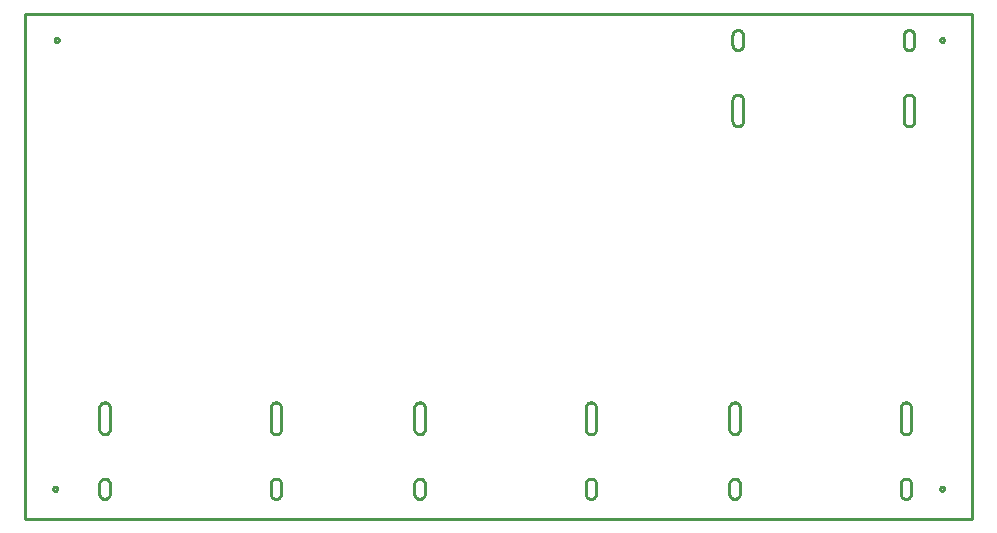
<source format=gko>
G04 EAGLE Gerber RS-274X export*
G75*
%MOMM*%
%FSLAX34Y34*%
%LPD*%
%INBoard Outline*%
%IPPOS*%
%AMOC8*
5,1,8,0,0,1.08239X$1,22.5*%
G01*
%ADD10C,0.000000*%
%ADD11C,0.254000*%


D10*
X-241300Y38100D02*
X560200Y38100D01*
X560200Y465500D01*
X-241300Y465500D01*
X-241300Y38100D01*
X-216350Y443400D02*
X-216348Y443483D01*
X-216342Y443566D01*
X-216332Y443649D01*
X-216318Y443731D01*
X-216301Y443813D01*
X-216279Y443893D01*
X-216254Y443972D01*
X-216225Y444050D01*
X-216192Y444127D01*
X-216155Y444202D01*
X-216116Y444275D01*
X-216072Y444346D01*
X-216026Y444415D01*
X-215976Y444482D01*
X-215923Y444546D01*
X-215867Y444608D01*
X-215808Y444667D01*
X-215746Y444723D01*
X-215682Y444776D01*
X-215615Y444826D01*
X-215546Y444872D01*
X-215475Y444916D01*
X-215402Y444955D01*
X-215327Y444992D01*
X-215250Y445025D01*
X-215172Y445054D01*
X-215093Y445079D01*
X-215013Y445101D01*
X-214931Y445118D01*
X-214849Y445132D01*
X-214766Y445142D01*
X-214683Y445148D01*
X-214600Y445150D01*
X-214517Y445148D01*
X-214434Y445142D01*
X-214351Y445132D01*
X-214269Y445118D01*
X-214187Y445101D01*
X-214107Y445079D01*
X-214028Y445054D01*
X-213950Y445025D01*
X-213873Y444992D01*
X-213798Y444955D01*
X-213725Y444916D01*
X-213654Y444872D01*
X-213585Y444826D01*
X-213518Y444776D01*
X-213454Y444723D01*
X-213392Y444667D01*
X-213333Y444608D01*
X-213277Y444546D01*
X-213224Y444482D01*
X-213174Y444415D01*
X-213128Y444346D01*
X-213084Y444275D01*
X-213045Y444202D01*
X-213008Y444127D01*
X-212975Y444050D01*
X-212946Y443972D01*
X-212921Y443893D01*
X-212899Y443813D01*
X-212882Y443731D01*
X-212868Y443649D01*
X-212858Y443566D01*
X-212852Y443483D01*
X-212850Y443400D01*
X-212852Y443317D01*
X-212858Y443234D01*
X-212868Y443151D01*
X-212882Y443069D01*
X-212899Y442987D01*
X-212921Y442907D01*
X-212946Y442828D01*
X-212975Y442750D01*
X-213008Y442673D01*
X-213045Y442598D01*
X-213084Y442525D01*
X-213128Y442454D01*
X-213174Y442385D01*
X-213224Y442318D01*
X-213277Y442254D01*
X-213333Y442192D01*
X-213392Y442133D01*
X-213454Y442077D01*
X-213518Y442024D01*
X-213585Y441974D01*
X-213654Y441928D01*
X-213725Y441884D01*
X-213798Y441845D01*
X-213873Y441808D01*
X-213950Y441775D01*
X-214028Y441746D01*
X-214107Y441721D01*
X-214187Y441699D01*
X-214269Y441682D01*
X-214351Y441668D01*
X-214434Y441658D01*
X-214517Y441652D01*
X-214600Y441650D01*
X-214683Y441652D01*
X-214766Y441658D01*
X-214849Y441668D01*
X-214931Y441682D01*
X-215013Y441699D01*
X-215093Y441721D01*
X-215172Y441746D01*
X-215250Y441775D01*
X-215327Y441808D01*
X-215402Y441845D01*
X-215475Y441884D01*
X-215546Y441928D01*
X-215615Y441974D01*
X-215682Y442024D01*
X-215746Y442077D01*
X-215808Y442133D01*
X-215867Y442192D01*
X-215923Y442254D01*
X-215976Y442318D01*
X-216026Y442385D01*
X-216072Y442454D01*
X-216116Y442525D01*
X-216155Y442598D01*
X-216192Y442673D01*
X-216225Y442750D01*
X-216254Y442828D01*
X-216279Y442907D01*
X-216301Y442987D01*
X-216318Y443069D01*
X-216332Y443151D01*
X-216342Y443234D01*
X-216348Y443317D01*
X-216350Y443400D01*
X-217650Y63500D02*
X-217648Y63583D01*
X-217642Y63666D01*
X-217632Y63749D01*
X-217618Y63831D01*
X-217601Y63913D01*
X-217579Y63993D01*
X-217554Y64072D01*
X-217525Y64150D01*
X-217492Y64227D01*
X-217455Y64302D01*
X-217416Y64375D01*
X-217372Y64446D01*
X-217326Y64515D01*
X-217276Y64582D01*
X-217223Y64646D01*
X-217167Y64708D01*
X-217108Y64767D01*
X-217046Y64823D01*
X-216982Y64876D01*
X-216915Y64926D01*
X-216846Y64972D01*
X-216775Y65016D01*
X-216702Y65055D01*
X-216627Y65092D01*
X-216550Y65125D01*
X-216472Y65154D01*
X-216393Y65179D01*
X-216313Y65201D01*
X-216231Y65218D01*
X-216149Y65232D01*
X-216066Y65242D01*
X-215983Y65248D01*
X-215900Y65250D01*
X-215817Y65248D01*
X-215734Y65242D01*
X-215651Y65232D01*
X-215569Y65218D01*
X-215487Y65201D01*
X-215407Y65179D01*
X-215328Y65154D01*
X-215250Y65125D01*
X-215173Y65092D01*
X-215098Y65055D01*
X-215025Y65016D01*
X-214954Y64972D01*
X-214885Y64926D01*
X-214818Y64876D01*
X-214754Y64823D01*
X-214692Y64767D01*
X-214633Y64708D01*
X-214577Y64646D01*
X-214524Y64582D01*
X-214474Y64515D01*
X-214428Y64446D01*
X-214384Y64375D01*
X-214345Y64302D01*
X-214308Y64227D01*
X-214275Y64150D01*
X-214246Y64072D01*
X-214221Y63993D01*
X-214199Y63913D01*
X-214182Y63831D01*
X-214168Y63749D01*
X-214158Y63666D01*
X-214152Y63583D01*
X-214150Y63500D01*
X-214152Y63417D01*
X-214158Y63334D01*
X-214168Y63251D01*
X-214182Y63169D01*
X-214199Y63087D01*
X-214221Y63007D01*
X-214246Y62928D01*
X-214275Y62850D01*
X-214308Y62773D01*
X-214345Y62698D01*
X-214384Y62625D01*
X-214428Y62554D01*
X-214474Y62485D01*
X-214524Y62418D01*
X-214577Y62354D01*
X-214633Y62292D01*
X-214692Y62233D01*
X-214754Y62177D01*
X-214818Y62124D01*
X-214885Y62074D01*
X-214954Y62028D01*
X-215025Y61984D01*
X-215098Y61945D01*
X-215173Y61908D01*
X-215250Y61875D01*
X-215328Y61846D01*
X-215407Y61821D01*
X-215487Y61799D01*
X-215569Y61782D01*
X-215651Y61768D01*
X-215734Y61758D01*
X-215817Y61752D01*
X-215900Y61750D01*
X-215983Y61752D01*
X-216066Y61758D01*
X-216149Y61768D01*
X-216231Y61782D01*
X-216313Y61799D01*
X-216393Y61821D01*
X-216472Y61846D01*
X-216550Y61875D01*
X-216627Y61908D01*
X-216702Y61945D01*
X-216775Y61984D01*
X-216846Y62028D01*
X-216915Y62074D01*
X-216982Y62124D01*
X-217046Y62177D01*
X-217108Y62233D01*
X-217167Y62292D01*
X-217223Y62354D01*
X-217276Y62418D01*
X-217326Y62485D01*
X-217372Y62554D01*
X-217416Y62625D01*
X-217455Y62698D01*
X-217492Y62773D01*
X-217525Y62850D01*
X-217554Y62928D01*
X-217579Y63007D01*
X-217601Y63087D01*
X-217618Y63169D01*
X-217632Y63251D01*
X-217642Y63334D01*
X-217648Y63417D01*
X-217650Y63500D01*
X533250Y443400D02*
X533252Y443483D01*
X533258Y443566D01*
X533268Y443649D01*
X533282Y443731D01*
X533299Y443813D01*
X533321Y443893D01*
X533346Y443972D01*
X533375Y444050D01*
X533408Y444127D01*
X533445Y444202D01*
X533484Y444275D01*
X533528Y444346D01*
X533574Y444415D01*
X533624Y444482D01*
X533677Y444546D01*
X533733Y444608D01*
X533792Y444667D01*
X533854Y444723D01*
X533918Y444776D01*
X533985Y444826D01*
X534054Y444872D01*
X534125Y444916D01*
X534198Y444955D01*
X534273Y444992D01*
X534350Y445025D01*
X534428Y445054D01*
X534507Y445079D01*
X534587Y445101D01*
X534669Y445118D01*
X534751Y445132D01*
X534834Y445142D01*
X534917Y445148D01*
X535000Y445150D01*
X535083Y445148D01*
X535166Y445142D01*
X535249Y445132D01*
X535331Y445118D01*
X535413Y445101D01*
X535493Y445079D01*
X535572Y445054D01*
X535650Y445025D01*
X535727Y444992D01*
X535802Y444955D01*
X535875Y444916D01*
X535946Y444872D01*
X536015Y444826D01*
X536082Y444776D01*
X536146Y444723D01*
X536208Y444667D01*
X536267Y444608D01*
X536323Y444546D01*
X536376Y444482D01*
X536426Y444415D01*
X536472Y444346D01*
X536516Y444275D01*
X536555Y444202D01*
X536592Y444127D01*
X536625Y444050D01*
X536654Y443972D01*
X536679Y443893D01*
X536701Y443813D01*
X536718Y443731D01*
X536732Y443649D01*
X536742Y443566D01*
X536748Y443483D01*
X536750Y443400D01*
X536748Y443317D01*
X536742Y443234D01*
X536732Y443151D01*
X536718Y443069D01*
X536701Y442987D01*
X536679Y442907D01*
X536654Y442828D01*
X536625Y442750D01*
X536592Y442673D01*
X536555Y442598D01*
X536516Y442525D01*
X536472Y442454D01*
X536426Y442385D01*
X536376Y442318D01*
X536323Y442254D01*
X536267Y442192D01*
X536208Y442133D01*
X536146Y442077D01*
X536082Y442024D01*
X536015Y441974D01*
X535946Y441928D01*
X535875Y441884D01*
X535802Y441845D01*
X535727Y441808D01*
X535650Y441775D01*
X535572Y441746D01*
X535493Y441721D01*
X535413Y441699D01*
X535331Y441682D01*
X535249Y441668D01*
X535166Y441658D01*
X535083Y441652D01*
X535000Y441650D01*
X534917Y441652D01*
X534834Y441658D01*
X534751Y441668D01*
X534669Y441682D01*
X534587Y441699D01*
X534507Y441721D01*
X534428Y441746D01*
X534350Y441775D01*
X534273Y441808D01*
X534198Y441845D01*
X534125Y441884D01*
X534054Y441928D01*
X533985Y441974D01*
X533918Y442024D01*
X533854Y442077D01*
X533792Y442133D01*
X533733Y442192D01*
X533677Y442254D01*
X533624Y442318D01*
X533574Y442385D01*
X533528Y442454D01*
X533484Y442525D01*
X533445Y442598D01*
X533408Y442673D01*
X533375Y442750D01*
X533346Y442828D01*
X533321Y442907D01*
X533299Y442987D01*
X533282Y443069D01*
X533268Y443151D01*
X533258Y443234D01*
X533252Y443317D01*
X533250Y443400D01*
X533250Y63500D02*
X533252Y63583D01*
X533258Y63666D01*
X533268Y63749D01*
X533282Y63831D01*
X533299Y63913D01*
X533321Y63993D01*
X533346Y64072D01*
X533375Y64150D01*
X533408Y64227D01*
X533445Y64302D01*
X533484Y64375D01*
X533528Y64446D01*
X533574Y64515D01*
X533624Y64582D01*
X533677Y64646D01*
X533733Y64708D01*
X533792Y64767D01*
X533854Y64823D01*
X533918Y64876D01*
X533985Y64926D01*
X534054Y64972D01*
X534125Y65016D01*
X534198Y65055D01*
X534273Y65092D01*
X534350Y65125D01*
X534428Y65154D01*
X534507Y65179D01*
X534587Y65201D01*
X534669Y65218D01*
X534751Y65232D01*
X534834Y65242D01*
X534917Y65248D01*
X535000Y65250D01*
X535083Y65248D01*
X535166Y65242D01*
X535249Y65232D01*
X535331Y65218D01*
X535413Y65201D01*
X535493Y65179D01*
X535572Y65154D01*
X535650Y65125D01*
X535727Y65092D01*
X535802Y65055D01*
X535875Y65016D01*
X535946Y64972D01*
X536015Y64926D01*
X536082Y64876D01*
X536146Y64823D01*
X536208Y64767D01*
X536267Y64708D01*
X536323Y64646D01*
X536376Y64582D01*
X536426Y64515D01*
X536472Y64446D01*
X536516Y64375D01*
X536555Y64302D01*
X536592Y64227D01*
X536625Y64150D01*
X536654Y64072D01*
X536679Y63993D01*
X536701Y63913D01*
X536718Y63831D01*
X536732Y63749D01*
X536742Y63666D01*
X536748Y63583D01*
X536750Y63500D01*
X536748Y63417D01*
X536742Y63334D01*
X536732Y63251D01*
X536718Y63169D01*
X536701Y63087D01*
X536679Y63007D01*
X536654Y62928D01*
X536625Y62850D01*
X536592Y62773D01*
X536555Y62698D01*
X536516Y62625D01*
X536472Y62554D01*
X536426Y62485D01*
X536376Y62418D01*
X536323Y62354D01*
X536267Y62292D01*
X536208Y62233D01*
X536146Y62177D01*
X536082Y62124D01*
X536015Y62074D01*
X535946Y62028D01*
X535875Y61984D01*
X535802Y61945D01*
X535727Y61908D01*
X535650Y61875D01*
X535572Y61846D01*
X535493Y61821D01*
X535413Y61799D01*
X535331Y61782D01*
X535249Y61768D01*
X535166Y61758D01*
X535083Y61752D01*
X535000Y61750D01*
X534917Y61752D01*
X534834Y61758D01*
X534751Y61768D01*
X534669Y61782D01*
X534587Y61799D01*
X534507Y61821D01*
X534428Y61846D01*
X534350Y61875D01*
X534273Y61908D01*
X534198Y61945D01*
X534125Y61984D01*
X534054Y62028D01*
X533985Y62074D01*
X533918Y62124D01*
X533854Y62177D01*
X533792Y62233D01*
X533733Y62292D01*
X533677Y62354D01*
X533624Y62418D01*
X533574Y62485D01*
X533528Y62554D01*
X533484Y62625D01*
X533445Y62698D01*
X533408Y62773D01*
X533375Y62850D01*
X533346Y62928D01*
X533321Y63007D01*
X533299Y63087D01*
X533282Y63169D01*
X533268Y63251D01*
X533258Y63334D01*
X533252Y63417D01*
X533250Y63500D01*
X354800Y114100D02*
X354800Y132100D01*
X354802Y132233D01*
X354808Y132367D01*
X354818Y132500D01*
X354832Y132632D01*
X354849Y132764D01*
X354871Y132896D01*
X354896Y133027D01*
X354926Y133157D01*
X354959Y133286D01*
X354996Y133414D01*
X355037Y133541D01*
X355082Y133667D01*
X355130Y133791D01*
X355182Y133914D01*
X355237Y134035D01*
X355297Y134155D01*
X355359Y134273D01*
X355425Y134388D01*
X355495Y134502D01*
X355568Y134614D01*
X355644Y134723D01*
X355723Y134831D01*
X355806Y134935D01*
X355891Y135038D01*
X355980Y135137D01*
X356071Y135234D01*
X356166Y135329D01*
X356263Y135420D01*
X356362Y135509D01*
X356465Y135594D01*
X356569Y135677D01*
X356677Y135756D01*
X356786Y135832D01*
X356898Y135905D01*
X357012Y135975D01*
X357127Y136041D01*
X357245Y136103D01*
X357365Y136163D01*
X357486Y136218D01*
X357609Y136270D01*
X357733Y136318D01*
X357859Y136363D01*
X357986Y136404D01*
X358114Y136441D01*
X358243Y136474D01*
X358373Y136504D01*
X358504Y136529D01*
X358636Y136551D01*
X358768Y136568D01*
X358900Y136582D01*
X359033Y136592D01*
X359167Y136598D01*
X359300Y136600D01*
X359433Y136598D01*
X359567Y136592D01*
X359700Y136582D01*
X359832Y136568D01*
X359964Y136551D01*
X360096Y136529D01*
X360227Y136504D01*
X360357Y136474D01*
X360486Y136441D01*
X360614Y136404D01*
X360741Y136363D01*
X360867Y136318D01*
X360991Y136270D01*
X361114Y136218D01*
X361235Y136163D01*
X361355Y136103D01*
X361473Y136041D01*
X361588Y135975D01*
X361702Y135905D01*
X361814Y135832D01*
X361923Y135756D01*
X362031Y135677D01*
X362135Y135594D01*
X362238Y135509D01*
X362337Y135420D01*
X362434Y135329D01*
X362529Y135234D01*
X362620Y135137D01*
X362709Y135038D01*
X362794Y134935D01*
X362877Y134831D01*
X362956Y134723D01*
X363032Y134614D01*
X363105Y134502D01*
X363175Y134388D01*
X363241Y134273D01*
X363303Y134155D01*
X363363Y134035D01*
X363418Y133914D01*
X363470Y133791D01*
X363518Y133667D01*
X363563Y133541D01*
X363604Y133414D01*
X363641Y133286D01*
X363674Y133157D01*
X363704Y133027D01*
X363729Y132896D01*
X363751Y132764D01*
X363768Y132632D01*
X363782Y132500D01*
X363792Y132367D01*
X363798Y132233D01*
X363800Y132100D01*
X363800Y114100D01*
X363798Y113967D01*
X363792Y113833D01*
X363782Y113700D01*
X363768Y113568D01*
X363751Y113436D01*
X363729Y113304D01*
X363704Y113173D01*
X363674Y113043D01*
X363641Y112914D01*
X363604Y112786D01*
X363563Y112659D01*
X363518Y112533D01*
X363470Y112409D01*
X363418Y112286D01*
X363363Y112165D01*
X363303Y112045D01*
X363241Y111927D01*
X363175Y111812D01*
X363105Y111698D01*
X363032Y111586D01*
X362956Y111477D01*
X362877Y111369D01*
X362794Y111265D01*
X362709Y111162D01*
X362620Y111063D01*
X362529Y110966D01*
X362434Y110871D01*
X362337Y110780D01*
X362238Y110691D01*
X362135Y110606D01*
X362031Y110523D01*
X361923Y110444D01*
X361814Y110368D01*
X361702Y110295D01*
X361588Y110225D01*
X361473Y110159D01*
X361355Y110097D01*
X361235Y110037D01*
X361114Y109982D01*
X360991Y109930D01*
X360867Y109882D01*
X360741Y109837D01*
X360614Y109796D01*
X360486Y109759D01*
X360357Y109726D01*
X360227Y109696D01*
X360096Y109671D01*
X359964Y109649D01*
X359832Y109632D01*
X359700Y109618D01*
X359567Y109608D01*
X359433Y109602D01*
X359300Y109600D01*
X359167Y109602D01*
X359033Y109608D01*
X358900Y109618D01*
X358768Y109632D01*
X358636Y109649D01*
X358504Y109671D01*
X358373Y109696D01*
X358243Y109726D01*
X358114Y109759D01*
X357986Y109796D01*
X357859Y109837D01*
X357733Y109882D01*
X357609Y109930D01*
X357486Y109982D01*
X357365Y110037D01*
X357245Y110097D01*
X357127Y110159D01*
X357012Y110225D01*
X356898Y110295D01*
X356786Y110368D01*
X356677Y110444D01*
X356569Y110523D01*
X356465Y110606D01*
X356362Y110691D01*
X356263Y110780D01*
X356166Y110871D01*
X356071Y110966D01*
X355980Y111063D01*
X355891Y111162D01*
X355806Y111265D01*
X355723Y111369D01*
X355644Y111477D01*
X355568Y111586D01*
X355495Y111698D01*
X355425Y111812D01*
X355359Y111927D01*
X355297Y112045D01*
X355237Y112165D01*
X355182Y112286D01*
X355130Y112409D01*
X355082Y112533D01*
X355037Y112659D01*
X354996Y112786D01*
X354959Y112914D01*
X354926Y113043D01*
X354896Y113173D01*
X354871Y113304D01*
X354849Y113436D01*
X354832Y113568D01*
X354818Y113700D01*
X354808Y113833D01*
X354802Y113967D01*
X354800Y114100D01*
X499800Y114100D02*
X499800Y132100D01*
X499802Y132233D01*
X499808Y132367D01*
X499818Y132500D01*
X499832Y132632D01*
X499849Y132764D01*
X499871Y132896D01*
X499896Y133027D01*
X499926Y133157D01*
X499959Y133286D01*
X499996Y133414D01*
X500037Y133541D01*
X500082Y133667D01*
X500130Y133791D01*
X500182Y133914D01*
X500237Y134035D01*
X500297Y134155D01*
X500359Y134273D01*
X500425Y134388D01*
X500495Y134502D01*
X500568Y134614D01*
X500644Y134723D01*
X500723Y134831D01*
X500806Y134935D01*
X500891Y135038D01*
X500980Y135137D01*
X501071Y135234D01*
X501166Y135329D01*
X501263Y135420D01*
X501362Y135509D01*
X501465Y135594D01*
X501569Y135677D01*
X501677Y135756D01*
X501786Y135832D01*
X501898Y135905D01*
X502012Y135975D01*
X502127Y136041D01*
X502245Y136103D01*
X502365Y136163D01*
X502486Y136218D01*
X502609Y136270D01*
X502733Y136318D01*
X502859Y136363D01*
X502986Y136404D01*
X503114Y136441D01*
X503243Y136474D01*
X503373Y136504D01*
X503504Y136529D01*
X503636Y136551D01*
X503768Y136568D01*
X503900Y136582D01*
X504033Y136592D01*
X504167Y136598D01*
X504300Y136600D01*
X504433Y136598D01*
X504567Y136592D01*
X504700Y136582D01*
X504832Y136568D01*
X504964Y136551D01*
X505096Y136529D01*
X505227Y136504D01*
X505357Y136474D01*
X505486Y136441D01*
X505614Y136404D01*
X505741Y136363D01*
X505867Y136318D01*
X505991Y136270D01*
X506114Y136218D01*
X506235Y136163D01*
X506355Y136103D01*
X506473Y136041D01*
X506588Y135975D01*
X506702Y135905D01*
X506814Y135832D01*
X506923Y135756D01*
X507031Y135677D01*
X507135Y135594D01*
X507238Y135509D01*
X507337Y135420D01*
X507434Y135329D01*
X507529Y135234D01*
X507620Y135137D01*
X507709Y135038D01*
X507794Y134935D01*
X507877Y134831D01*
X507956Y134723D01*
X508032Y134614D01*
X508105Y134502D01*
X508175Y134388D01*
X508241Y134273D01*
X508303Y134155D01*
X508363Y134035D01*
X508418Y133914D01*
X508470Y133791D01*
X508518Y133667D01*
X508563Y133541D01*
X508604Y133414D01*
X508641Y133286D01*
X508674Y133157D01*
X508704Y133027D01*
X508729Y132896D01*
X508751Y132764D01*
X508768Y132632D01*
X508782Y132500D01*
X508792Y132367D01*
X508798Y132233D01*
X508800Y132100D01*
X508800Y114100D01*
X508798Y113967D01*
X508792Y113833D01*
X508782Y113700D01*
X508768Y113568D01*
X508751Y113436D01*
X508729Y113304D01*
X508704Y113173D01*
X508674Y113043D01*
X508641Y112914D01*
X508604Y112786D01*
X508563Y112659D01*
X508518Y112533D01*
X508470Y112409D01*
X508418Y112286D01*
X508363Y112165D01*
X508303Y112045D01*
X508241Y111927D01*
X508175Y111812D01*
X508105Y111698D01*
X508032Y111586D01*
X507956Y111477D01*
X507877Y111369D01*
X507794Y111265D01*
X507709Y111162D01*
X507620Y111063D01*
X507529Y110966D01*
X507434Y110871D01*
X507337Y110780D01*
X507238Y110691D01*
X507135Y110606D01*
X507031Y110523D01*
X506923Y110444D01*
X506814Y110368D01*
X506702Y110295D01*
X506588Y110225D01*
X506473Y110159D01*
X506355Y110097D01*
X506235Y110037D01*
X506114Y109982D01*
X505991Y109930D01*
X505867Y109882D01*
X505741Y109837D01*
X505614Y109796D01*
X505486Y109759D01*
X505357Y109726D01*
X505227Y109696D01*
X505096Y109671D01*
X504964Y109649D01*
X504832Y109632D01*
X504700Y109618D01*
X504567Y109608D01*
X504433Y109602D01*
X504300Y109600D01*
X504167Y109602D01*
X504033Y109608D01*
X503900Y109618D01*
X503768Y109632D01*
X503636Y109649D01*
X503504Y109671D01*
X503373Y109696D01*
X503243Y109726D01*
X503114Y109759D01*
X502986Y109796D01*
X502859Y109837D01*
X502733Y109882D01*
X502609Y109930D01*
X502486Y109982D01*
X502365Y110037D01*
X502245Y110097D01*
X502127Y110159D01*
X502012Y110225D01*
X501898Y110295D01*
X501786Y110368D01*
X501677Y110444D01*
X501569Y110523D01*
X501465Y110606D01*
X501362Y110691D01*
X501263Y110780D01*
X501166Y110871D01*
X501071Y110966D01*
X500980Y111063D01*
X500891Y111162D01*
X500806Y111265D01*
X500723Y111369D01*
X500644Y111477D01*
X500568Y111586D01*
X500495Y111698D01*
X500425Y111812D01*
X500359Y111927D01*
X500297Y112045D01*
X500237Y112165D01*
X500182Y112286D01*
X500130Y112409D01*
X500082Y112533D01*
X500037Y112659D01*
X499996Y112786D01*
X499959Y112914D01*
X499926Y113043D01*
X499896Y113173D01*
X499871Y113304D01*
X499849Y113436D01*
X499832Y113568D01*
X499818Y113700D01*
X499808Y113833D01*
X499802Y113967D01*
X499800Y114100D01*
X359300Y72000D02*
X359167Y71998D01*
X359033Y71992D01*
X358900Y71982D01*
X358768Y71968D01*
X358636Y71951D01*
X358504Y71929D01*
X358373Y71904D01*
X358243Y71874D01*
X358114Y71841D01*
X357986Y71804D01*
X357859Y71763D01*
X357733Y71718D01*
X357609Y71670D01*
X357486Y71618D01*
X357365Y71563D01*
X357245Y71503D01*
X357127Y71441D01*
X357012Y71375D01*
X356898Y71305D01*
X356786Y71232D01*
X356677Y71156D01*
X356569Y71077D01*
X356465Y70994D01*
X356362Y70909D01*
X356263Y70820D01*
X356166Y70729D01*
X356071Y70634D01*
X355980Y70537D01*
X355891Y70438D01*
X355806Y70335D01*
X355723Y70231D01*
X355644Y70123D01*
X355568Y70014D01*
X355495Y69902D01*
X355425Y69788D01*
X355359Y69673D01*
X355297Y69555D01*
X355237Y69435D01*
X355182Y69314D01*
X355130Y69191D01*
X355082Y69067D01*
X355037Y68941D01*
X354996Y68814D01*
X354959Y68686D01*
X354926Y68557D01*
X354896Y68427D01*
X354871Y68296D01*
X354849Y68164D01*
X354832Y68032D01*
X354818Y67900D01*
X354808Y67767D01*
X354802Y67633D01*
X354800Y67500D01*
X359300Y72000D02*
X359433Y71998D01*
X359567Y71992D01*
X359700Y71982D01*
X359832Y71968D01*
X359964Y71951D01*
X360096Y71929D01*
X360227Y71904D01*
X360357Y71874D01*
X360486Y71841D01*
X360614Y71804D01*
X360741Y71763D01*
X360867Y71718D01*
X360991Y71670D01*
X361114Y71618D01*
X361235Y71563D01*
X361355Y71503D01*
X361473Y71441D01*
X361588Y71375D01*
X361702Y71305D01*
X361814Y71232D01*
X361923Y71156D01*
X362031Y71077D01*
X362135Y70994D01*
X362238Y70909D01*
X362337Y70820D01*
X362434Y70729D01*
X362529Y70634D01*
X362620Y70537D01*
X362709Y70438D01*
X362794Y70335D01*
X362877Y70231D01*
X362956Y70123D01*
X363032Y70014D01*
X363105Y69902D01*
X363175Y69788D01*
X363241Y69673D01*
X363303Y69555D01*
X363363Y69435D01*
X363418Y69314D01*
X363470Y69191D01*
X363518Y69067D01*
X363563Y68941D01*
X363604Y68814D01*
X363641Y68686D01*
X363674Y68557D01*
X363704Y68427D01*
X363729Y68296D01*
X363751Y68164D01*
X363768Y68032D01*
X363782Y67900D01*
X363792Y67767D01*
X363798Y67633D01*
X363800Y67500D01*
X363800Y59500D01*
X363798Y59367D01*
X363792Y59233D01*
X363782Y59100D01*
X363768Y58968D01*
X363751Y58836D01*
X363729Y58704D01*
X363704Y58573D01*
X363674Y58443D01*
X363641Y58314D01*
X363604Y58186D01*
X363563Y58059D01*
X363518Y57933D01*
X363470Y57809D01*
X363418Y57686D01*
X363363Y57565D01*
X363303Y57445D01*
X363241Y57327D01*
X363175Y57212D01*
X363105Y57098D01*
X363032Y56986D01*
X362956Y56877D01*
X362877Y56769D01*
X362794Y56665D01*
X362709Y56562D01*
X362620Y56463D01*
X362529Y56366D01*
X362434Y56271D01*
X362337Y56180D01*
X362238Y56091D01*
X362135Y56006D01*
X362031Y55923D01*
X361923Y55844D01*
X361814Y55768D01*
X361702Y55695D01*
X361588Y55625D01*
X361473Y55559D01*
X361355Y55497D01*
X361235Y55437D01*
X361114Y55382D01*
X360991Y55330D01*
X360867Y55282D01*
X360741Y55237D01*
X360614Y55196D01*
X360486Y55159D01*
X360357Y55126D01*
X360227Y55096D01*
X360096Y55071D01*
X359964Y55049D01*
X359832Y55032D01*
X359700Y55018D01*
X359567Y55008D01*
X359433Y55002D01*
X359300Y55000D01*
X354800Y59500D02*
X354800Y67500D01*
X354800Y59500D02*
X354802Y59367D01*
X354808Y59233D01*
X354818Y59100D01*
X354832Y58968D01*
X354849Y58836D01*
X354871Y58704D01*
X354896Y58573D01*
X354926Y58443D01*
X354959Y58314D01*
X354996Y58186D01*
X355037Y58059D01*
X355082Y57933D01*
X355130Y57809D01*
X355182Y57686D01*
X355237Y57565D01*
X355297Y57445D01*
X355359Y57327D01*
X355425Y57212D01*
X355495Y57098D01*
X355568Y56986D01*
X355644Y56877D01*
X355723Y56769D01*
X355806Y56665D01*
X355891Y56562D01*
X355980Y56463D01*
X356071Y56366D01*
X356166Y56271D01*
X356263Y56180D01*
X356362Y56091D01*
X356465Y56006D01*
X356569Y55923D01*
X356677Y55844D01*
X356786Y55768D01*
X356898Y55695D01*
X357012Y55625D01*
X357127Y55559D01*
X357245Y55497D01*
X357365Y55437D01*
X357486Y55382D01*
X357609Y55330D01*
X357733Y55282D01*
X357859Y55237D01*
X357986Y55196D01*
X358114Y55159D01*
X358243Y55126D01*
X358373Y55096D01*
X358504Y55071D01*
X358636Y55049D01*
X358768Y55032D01*
X358900Y55018D01*
X359033Y55008D01*
X359167Y55002D01*
X359300Y55000D01*
X499800Y67500D02*
X499802Y67633D01*
X499808Y67767D01*
X499818Y67900D01*
X499832Y68032D01*
X499849Y68164D01*
X499871Y68296D01*
X499896Y68427D01*
X499926Y68557D01*
X499959Y68686D01*
X499996Y68814D01*
X500037Y68941D01*
X500082Y69067D01*
X500130Y69191D01*
X500182Y69314D01*
X500237Y69435D01*
X500297Y69555D01*
X500359Y69673D01*
X500425Y69788D01*
X500495Y69902D01*
X500568Y70014D01*
X500644Y70123D01*
X500723Y70231D01*
X500806Y70335D01*
X500891Y70438D01*
X500980Y70537D01*
X501071Y70634D01*
X501166Y70729D01*
X501263Y70820D01*
X501362Y70909D01*
X501465Y70994D01*
X501569Y71077D01*
X501677Y71156D01*
X501786Y71232D01*
X501898Y71305D01*
X502012Y71375D01*
X502127Y71441D01*
X502245Y71503D01*
X502365Y71563D01*
X502486Y71618D01*
X502609Y71670D01*
X502733Y71718D01*
X502859Y71763D01*
X502986Y71804D01*
X503114Y71841D01*
X503243Y71874D01*
X503373Y71904D01*
X503504Y71929D01*
X503636Y71951D01*
X503768Y71968D01*
X503900Y71982D01*
X504033Y71992D01*
X504167Y71998D01*
X504300Y72000D01*
X504433Y71998D01*
X504567Y71992D01*
X504700Y71982D01*
X504832Y71968D01*
X504964Y71951D01*
X505096Y71929D01*
X505227Y71904D01*
X505357Y71874D01*
X505486Y71841D01*
X505614Y71804D01*
X505741Y71763D01*
X505867Y71718D01*
X505991Y71670D01*
X506114Y71618D01*
X506235Y71563D01*
X506355Y71503D01*
X506473Y71441D01*
X506588Y71375D01*
X506702Y71305D01*
X506814Y71232D01*
X506923Y71156D01*
X507031Y71077D01*
X507135Y70994D01*
X507238Y70909D01*
X507337Y70820D01*
X507434Y70729D01*
X507529Y70634D01*
X507620Y70537D01*
X507709Y70438D01*
X507794Y70335D01*
X507877Y70231D01*
X507956Y70123D01*
X508032Y70014D01*
X508105Y69902D01*
X508175Y69788D01*
X508241Y69673D01*
X508303Y69555D01*
X508363Y69435D01*
X508418Y69314D01*
X508470Y69191D01*
X508518Y69067D01*
X508563Y68941D01*
X508604Y68814D01*
X508641Y68686D01*
X508674Y68557D01*
X508704Y68427D01*
X508729Y68296D01*
X508751Y68164D01*
X508768Y68032D01*
X508782Y67900D01*
X508792Y67767D01*
X508798Y67633D01*
X508800Y67500D01*
X508800Y59500D01*
X508798Y59367D01*
X508792Y59233D01*
X508782Y59100D01*
X508768Y58968D01*
X508751Y58836D01*
X508729Y58704D01*
X508704Y58573D01*
X508674Y58443D01*
X508641Y58314D01*
X508604Y58186D01*
X508563Y58059D01*
X508518Y57933D01*
X508470Y57809D01*
X508418Y57686D01*
X508363Y57565D01*
X508303Y57445D01*
X508241Y57327D01*
X508175Y57212D01*
X508105Y57098D01*
X508032Y56986D01*
X507956Y56877D01*
X507877Y56769D01*
X507794Y56665D01*
X507709Y56562D01*
X507620Y56463D01*
X507529Y56366D01*
X507434Y56271D01*
X507337Y56180D01*
X507238Y56091D01*
X507135Y56006D01*
X507031Y55923D01*
X506923Y55844D01*
X506814Y55768D01*
X506702Y55695D01*
X506588Y55625D01*
X506473Y55559D01*
X506355Y55497D01*
X506235Y55437D01*
X506114Y55382D01*
X505991Y55330D01*
X505867Y55282D01*
X505741Y55237D01*
X505614Y55196D01*
X505486Y55159D01*
X505357Y55126D01*
X505227Y55096D01*
X505096Y55071D01*
X504964Y55049D01*
X504832Y55032D01*
X504700Y55018D01*
X504567Y55008D01*
X504433Y55002D01*
X504300Y55000D01*
X499800Y59500D02*
X499800Y67500D01*
X499800Y59500D02*
X499802Y59367D01*
X499808Y59233D01*
X499818Y59100D01*
X499832Y58968D01*
X499849Y58836D01*
X499871Y58704D01*
X499896Y58573D01*
X499926Y58443D01*
X499959Y58314D01*
X499996Y58186D01*
X500037Y58059D01*
X500082Y57933D01*
X500130Y57809D01*
X500182Y57686D01*
X500237Y57565D01*
X500297Y57445D01*
X500359Y57327D01*
X500425Y57212D01*
X500495Y57098D01*
X500568Y56986D01*
X500644Y56877D01*
X500723Y56769D01*
X500806Y56665D01*
X500891Y56562D01*
X500980Y56463D01*
X501071Y56366D01*
X501166Y56271D01*
X501263Y56180D01*
X501362Y56091D01*
X501465Y56006D01*
X501569Y55923D01*
X501677Y55844D01*
X501786Y55768D01*
X501898Y55695D01*
X502012Y55625D01*
X502127Y55559D01*
X502245Y55497D01*
X502365Y55437D01*
X502486Y55382D01*
X502609Y55330D01*
X502733Y55282D01*
X502859Y55237D01*
X502986Y55196D01*
X503114Y55159D01*
X503243Y55126D01*
X503373Y55096D01*
X503504Y55071D01*
X503636Y55049D01*
X503768Y55032D01*
X503900Y55018D01*
X504033Y55008D01*
X504167Y55002D01*
X504300Y55000D01*
X511500Y374800D02*
X511500Y392800D01*
X511500Y374800D02*
X511498Y374667D01*
X511492Y374533D01*
X511482Y374400D01*
X511468Y374268D01*
X511451Y374136D01*
X511429Y374004D01*
X511404Y373873D01*
X511374Y373743D01*
X511341Y373614D01*
X511304Y373486D01*
X511263Y373359D01*
X511218Y373233D01*
X511170Y373109D01*
X511118Y372986D01*
X511063Y372865D01*
X511003Y372745D01*
X510941Y372627D01*
X510875Y372512D01*
X510805Y372398D01*
X510732Y372286D01*
X510656Y372177D01*
X510577Y372069D01*
X510494Y371965D01*
X510409Y371862D01*
X510320Y371763D01*
X510229Y371666D01*
X510134Y371571D01*
X510037Y371480D01*
X509938Y371391D01*
X509835Y371306D01*
X509731Y371223D01*
X509623Y371144D01*
X509514Y371068D01*
X509402Y370995D01*
X509288Y370925D01*
X509173Y370859D01*
X509055Y370797D01*
X508935Y370737D01*
X508814Y370682D01*
X508691Y370630D01*
X508567Y370582D01*
X508441Y370537D01*
X508314Y370496D01*
X508186Y370459D01*
X508057Y370426D01*
X507927Y370396D01*
X507796Y370371D01*
X507664Y370349D01*
X507532Y370332D01*
X507400Y370318D01*
X507267Y370308D01*
X507133Y370302D01*
X507000Y370300D01*
X506867Y370302D01*
X506733Y370308D01*
X506600Y370318D01*
X506468Y370332D01*
X506336Y370349D01*
X506204Y370371D01*
X506073Y370396D01*
X505943Y370426D01*
X505814Y370459D01*
X505686Y370496D01*
X505559Y370537D01*
X505433Y370582D01*
X505309Y370630D01*
X505186Y370682D01*
X505065Y370737D01*
X504945Y370797D01*
X504827Y370859D01*
X504712Y370925D01*
X504598Y370995D01*
X504486Y371068D01*
X504377Y371144D01*
X504269Y371223D01*
X504165Y371306D01*
X504062Y371391D01*
X503963Y371480D01*
X503866Y371571D01*
X503771Y371666D01*
X503680Y371763D01*
X503591Y371862D01*
X503506Y371965D01*
X503423Y372069D01*
X503344Y372177D01*
X503268Y372286D01*
X503195Y372398D01*
X503125Y372512D01*
X503059Y372627D01*
X502997Y372745D01*
X502937Y372865D01*
X502882Y372986D01*
X502830Y373109D01*
X502782Y373233D01*
X502737Y373359D01*
X502696Y373486D01*
X502659Y373614D01*
X502626Y373743D01*
X502596Y373873D01*
X502571Y374004D01*
X502549Y374136D01*
X502532Y374268D01*
X502518Y374400D01*
X502508Y374533D01*
X502502Y374667D01*
X502500Y374800D01*
X502500Y392800D01*
X502502Y392933D01*
X502508Y393067D01*
X502518Y393200D01*
X502532Y393332D01*
X502549Y393464D01*
X502571Y393596D01*
X502596Y393727D01*
X502626Y393857D01*
X502659Y393986D01*
X502696Y394114D01*
X502737Y394241D01*
X502782Y394367D01*
X502830Y394491D01*
X502882Y394614D01*
X502937Y394735D01*
X502997Y394855D01*
X503059Y394973D01*
X503125Y395088D01*
X503195Y395202D01*
X503268Y395314D01*
X503344Y395423D01*
X503423Y395531D01*
X503506Y395635D01*
X503591Y395738D01*
X503680Y395837D01*
X503771Y395934D01*
X503866Y396029D01*
X503963Y396120D01*
X504062Y396209D01*
X504165Y396294D01*
X504269Y396377D01*
X504377Y396456D01*
X504486Y396532D01*
X504598Y396605D01*
X504712Y396675D01*
X504827Y396741D01*
X504945Y396803D01*
X505065Y396863D01*
X505186Y396918D01*
X505309Y396970D01*
X505433Y397018D01*
X505559Y397063D01*
X505686Y397104D01*
X505814Y397141D01*
X505943Y397174D01*
X506073Y397204D01*
X506204Y397229D01*
X506336Y397251D01*
X506468Y397268D01*
X506600Y397282D01*
X506733Y397292D01*
X506867Y397298D01*
X507000Y397300D01*
X507133Y397298D01*
X507267Y397292D01*
X507400Y397282D01*
X507532Y397268D01*
X507664Y397251D01*
X507796Y397229D01*
X507927Y397204D01*
X508057Y397174D01*
X508186Y397141D01*
X508314Y397104D01*
X508441Y397063D01*
X508567Y397018D01*
X508691Y396970D01*
X508814Y396918D01*
X508935Y396863D01*
X509055Y396803D01*
X509173Y396741D01*
X509288Y396675D01*
X509402Y396605D01*
X509514Y396532D01*
X509623Y396456D01*
X509731Y396377D01*
X509835Y396294D01*
X509938Y396209D01*
X510037Y396120D01*
X510134Y396029D01*
X510229Y395934D01*
X510320Y395837D01*
X510409Y395738D01*
X510494Y395635D01*
X510577Y395531D01*
X510656Y395423D01*
X510732Y395314D01*
X510805Y395202D01*
X510875Y395088D01*
X510941Y394973D01*
X511003Y394855D01*
X511063Y394735D01*
X511118Y394614D01*
X511170Y394491D01*
X511218Y394367D01*
X511263Y394241D01*
X511304Y394114D01*
X511341Y393986D01*
X511374Y393857D01*
X511404Y393727D01*
X511429Y393596D01*
X511451Y393464D01*
X511468Y393332D01*
X511482Y393200D01*
X511492Y393067D01*
X511498Y392933D01*
X511500Y392800D01*
X366500Y392800D02*
X366500Y374800D01*
X366498Y374667D01*
X366492Y374533D01*
X366482Y374400D01*
X366468Y374268D01*
X366451Y374136D01*
X366429Y374004D01*
X366404Y373873D01*
X366374Y373743D01*
X366341Y373614D01*
X366304Y373486D01*
X366263Y373359D01*
X366218Y373233D01*
X366170Y373109D01*
X366118Y372986D01*
X366063Y372865D01*
X366003Y372745D01*
X365941Y372627D01*
X365875Y372512D01*
X365805Y372398D01*
X365732Y372286D01*
X365656Y372177D01*
X365577Y372069D01*
X365494Y371965D01*
X365409Y371862D01*
X365320Y371763D01*
X365229Y371666D01*
X365134Y371571D01*
X365037Y371480D01*
X364938Y371391D01*
X364835Y371306D01*
X364731Y371223D01*
X364623Y371144D01*
X364514Y371068D01*
X364402Y370995D01*
X364288Y370925D01*
X364173Y370859D01*
X364055Y370797D01*
X363935Y370737D01*
X363814Y370682D01*
X363691Y370630D01*
X363567Y370582D01*
X363441Y370537D01*
X363314Y370496D01*
X363186Y370459D01*
X363057Y370426D01*
X362927Y370396D01*
X362796Y370371D01*
X362664Y370349D01*
X362532Y370332D01*
X362400Y370318D01*
X362267Y370308D01*
X362133Y370302D01*
X362000Y370300D01*
X361867Y370302D01*
X361733Y370308D01*
X361600Y370318D01*
X361468Y370332D01*
X361336Y370349D01*
X361204Y370371D01*
X361073Y370396D01*
X360943Y370426D01*
X360814Y370459D01*
X360686Y370496D01*
X360559Y370537D01*
X360433Y370582D01*
X360309Y370630D01*
X360186Y370682D01*
X360065Y370737D01*
X359945Y370797D01*
X359827Y370859D01*
X359712Y370925D01*
X359598Y370995D01*
X359486Y371068D01*
X359377Y371144D01*
X359269Y371223D01*
X359165Y371306D01*
X359062Y371391D01*
X358963Y371480D01*
X358866Y371571D01*
X358771Y371666D01*
X358680Y371763D01*
X358591Y371862D01*
X358506Y371965D01*
X358423Y372069D01*
X358344Y372177D01*
X358268Y372286D01*
X358195Y372398D01*
X358125Y372512D01*
X358059Y372627D01*
X357997Y372745D01*
X357937Y372865D01*
X357882Y372986D01*
X357830Y373109D01*
X357782Y373233D01*
X357737Y373359D01*
X357696Y373486D01*
X357659Y373614D01*
X357626Y373743D01*
X357596Y373873D01*
X357571Y374004D01*
X357549Y374136D01*
X357532Y374268D01*
X357518Y374400D01*
X357508Y374533D01*
X357502Y374667D01*
X357500Y374800D01*
X357500Y392800D01*
X357502Y392933D01*
X357508Y393067D01*
X357518Y393200D01*
X357532Y393332D01*
X357549Y393464D01*
X357571Y393596D01*
X357596Y393727D01*
X357626Y393857D01*
X357659Y393986D01*
X357696Y394114D01*
X357737Y394241D01*
X357782Y394367D01*
X357830Y394491D01*
X357882Y394614D01*
X357937Y394735D01*
X357997Y394855D01*
X358059Y394973D01*
X358125Y395088D01*
X358195Y395202D01*
X358268Y395314D01*
X358344Y395423D01*
X358423Y395531D01*
X358506Y395635D01*
X358591Y395738D01*
X358680Y395837D01*
X358771Y395934D01*
X358866Y396029D01*
X358963Y396120D01*
X359062Y396209D01*
X359165Y396294D01*
X359269Y396377D01*
X359377Y396456D01*
X359486Y396532D01*
X359598Y396605D01*
X359712Y396675D01*
X359827Y396741D01*
X359945Y396803D01*
X360065Y396863D01*
X360186Y396918D01*
X360309Y396970D01*
X360433Y397018D01*
X360559Y397063D01*
X360686Y397104D01*
X360814Y397141D01*
X360943Y397174D01*
X361073Y397204D01*
X361204Y397229D01*
X361336Y397251D01*
X361468Y397268D01*
X361600Y397282D01*
X361733Y397292D01*
X361867Y397298D01*
X362000Y397300D01*
X362133Y397298D01*
X362267Y397292D01*
X362400Y397282D01*
X362532Y397268D01*
X362664Y397251D01*
X362796Y397229D01*
X362927Y397204D01*
X363057Y397174D01*
X363186Y397141D01*
X363314Y397104D01*
X363441Y397063D01*
X363567Y397018D01*
X363691Y396970D01*
X363814Y396918D01*
X363935Y396863D01*
X364055Y396803D01*
X364173Y396741D01*
X364288Y396675D01*
X364402Y396605D01*
X364514Y396532D01*
X364623Y396456D01*
X364731Y396377D01*
X364835Y396294D01*
X364938Y396209D01*
X365037Y396120D01*
X365134Y396029D01*
X365229Y395934D01*
X365320Y395837D01*
X365409Y395738D01*
X365494Y395635D01*
X365577Y395531D01*
X365656Y395423D01*
X365732Y395314D01*
X365805Y395202D01*
X365875Y395088D01*
X365941Y394973D01*
X366003Y394855D01*
X366063Y394735D01*
X366118Y394614D01*
X366170Y394491D01*
X366218Y394367D01*
X366263Y394241D01*
X366304Y394114D01*
X366341Y393986D01*
X366374Y393857D01*
X366404Y393727D01*
X366429Y393596D01*
X366451Y393464D01*
X366468Y393332D01*
X366482Y393200D01*
X366492Y393067D01*
X366498Y392933D01*
X366500Y392800D01*
X507000Y434900D02*
X507133Y434902D01*
X507267Y434908D01*
X507400Y434918D01*
X507532Y434932D01*
X507664Y434949D01*
X507796Y434971D01*
X507927Y434996D01*
X508057Y435026D01*
X508186Y435059D01*
X508314Y435096D01*
X508441Y435137D01*
X508567Y435182D01*
X508691Y435230D01*
X508814Y435282D01*
X508935Y435337D01*
X509055Y435397D01*
X509173Y435459D01*
X509288Y435525D01*
X509402Y435595D01*
X509514Y435668D01*
X509623Y435744D01*
X509731Y435823D01*
X509835Y435906D01*
X509938Y435991D01*
X510037Y436080D01*
X510134Y436171D01*
X510229Y436266D01*
X510320Y436363D01*
X510409Y436462D01*
X510494Y436565D01*
X510577Y436669D01*
X510656Y436777D01*
X510732Y436886D01*
X510805Y436998D01*
X510875Y437112D01*
X510941Y437227D01*
X511003Y437345D01*
X511063Y437465D01*
X511118Y437586D01*
X511170Y437709D01*
X511218Y437833D01*
X511263Y437959D01*
X511304Y438086D01*
X511341Y438214D01*
X511374Y438343D01*
X511404Y438473D01*
X511429Y438604D01*
X511451Y438736D01*
X511468Y438868D01*
X511482Y439000D01*
X511492Y439133D01*
X511498Y439267D01*
X511500Y439400D01*
X507000Y434900D02*
X506867Y434902D01*
X506733Y434908D01*
X506600Y434918D01*
X506468Y434932D01*
X506336Y434949D01*
X506204Y434971D01*
X506073Y434996D01*
X505943Y435026D01*
X505814Y435059D01*
X505686Y435096D01*
X505559Y435137D01*
X505433Y435182D01*
X505309Y435230D01*
X505186Y435282D01*
X505065Y435337D01*
X504945Y435397D01*
X504827Y435459D01*
X504712Y435525D01*
X504598Y435595D01*
X504486Y435668D01*
X504377Y435744D01*
X504269Y435823D01*
X504165Y435906D01*
X504062Y435991D01*
X503963Y436080D01*
X503866Y436171D01*
X503771Y436266D01*
X503680Y436363D01*
X503591Y436462D01*
X503506Y436565D01*
X503423Y436669D01*
X503344Y436777D01*
X503268Y436886D01*
X503195Y436998D01*
X503125Y437112D01*
X503059Y437227D01*
X502997Y437345D01*
X502937Y437465D01*
X502882Y437586D01*
X502830Y437709D01*
X502782Y437833D01*
X502737Y437959D01*
X502696Y438086D01*
X502659Y438214D01*
X502626Y438343D01*
X502596Y438473D01*
X502571Y438604D01*
X502549Y438736D01*
X502532Y438868D01*
X502518Y439000D01*
X502508Y439133D01*
X502502Y439267D01*
X502500Y439400D01*
X502500Y447400D01*
X502502Y447533D01*
X502508Y447667D01*
X502518Y447800D01*
X502532Y447932D01*
X502549Y448064D01*
X502571Y448196D01*
X502596Y448327D01*
X502626Y448457D01*
X502659Y448586D01*
X502696Y448714D01*
X502737Y448841D01*
X502782Y448967D01*
X502830Y449091D01*
X502882Y449214D01*
X502937Y449335D01*
X502997Y449455D01*
X503059Y449573D01*
X503125Y449688D01*
X503195Y449802D01*
X503268Y449914D01*
X503344Y450023D01*
X503423Y450131D01*
X503506Y450235D01*
X503591Y450338D01*
X503680Y450437D01*
X503771Y450534D01*
X503866Y450629D01*
X503963Y450720D01*
X504062Y450809D01*
X504165Y450894D01*
X504269Y450977D01*
X504377Y451056D01*
X504486Y451132D01*
X504598Y451205D01*
X504712Y451275D01*
X504827Y451341D01*
X504945Y451403D01*
X505065Y451463D01*
X505186Y451518D01*
X505309Y451570D01*
X505433Y451618D01*
X505559Y451663D01*
X505686Y451704D01*
X505814Y451741D01*
X505943Y451774D01*
X506073Y451804D01*
X506204Y451829D01*
X506336Y451851D01*
X506468Y451868D01*
X506600Y451882D01*
X506733Y451892D01*
X506867Y451898D01*
X507000Y451900D01*
X511500Y447400D02*
X511500Y439400D01*
X511500Y447400D02*
X511498Y447533D01*
X511492Y447667D01*
X511482Y447800D01*
X511468Y447932D01*
X511451Y448064D01*
X511429Y448196D01*
X511404Y448327D01*
X511374Y448457D01*
X511341Y448586D01*
X511304Y448714D01*
X511263Y448841D01*
X511218Y448967D01*
X511170Y449091D01*
X511118Y449214D01*
X511063Y449335D01*
X511003Y449455D01*
X510941Y449573D01*
X510875Y449688D01*
X510805Y449802D01*
X510732Y449914D01*
X510656Y450023D01*
X510577Y450131D01*
X510494Y450235D01*
X510409Y450338D01*
X510320Y450437D01*
X510229Y450534D01*
X510134Y450629D01*
X510037Y450720D01*
X509938Y450809D01*
X509835Y450894D01*
X509731Y450977D01*
X509623Y451056D01*
X509514Y451132D01*
X509402Y451205D01*
X509288Y451275D01*
X509173Y451341D01*
X509055Y451403D01*
X508935Y451463D01*
X508814Y451518D01*
X508691Y451570D01*
X508567Y451618D01*
X508441Y451663D01*
X508314Y451704D01*
X508186Y451741D01*
X508057Y451774D01*
X507927Y451804D01*
X507796Y451829D01*
X507664Y451851D01*
X507532Y451868D01*
X507400Y451882D01*
X507267Y451892D01*
X507133Y451898D01*
X507000Y451900D01*
X366500Y439400D02*
X366498Y439267D01*
X366492Y439133D01*
X366482Y439000D01*
X366468Y438868D01*
X366451Y438736D01*
X366429Y438604D01*
X366404Y438473D01*
X366374Y438343D01*
X366341Y438214D01*
X366304Y438086D01*
X366263Y437959D01*
X366218Y437833D01*
X366170Y437709D01*
X366118Y437586D01*
X366063Y437465D01*
X366003Y437345D01*
X365941Y437227D01*
X365875Y437112D01*
X365805Y436998D01*
X365732Y436886D01*
X365656Y436777D01*
X365577Y436669D01*
X365494Y436565D01*
X365409Y436462D01*
X365320Y436363D01*
X365229Y436266D01*
X365134Y436171D01*
X365037Y436080D01*
X364938Y435991D01*
X364835Y435906D01*
X364731Y435823D01*
X364623Y435744D01*
X364514Y435668D01*
X364402Y435595D01*
X364288Y435525D01*
X364173Y435459D01*
X364055Y435397D01*
X363935Y435337D01*
X363814Y435282D01*
X363691Y435230D01*
X363567Y435182D01*
X363441Y435137D01*
X363314Y435096D01*
X363186Y435059D01*
X363057Y435026D01*
X362927Y434996D01*
X362796Y434971D01*
X362664Y434949D01*
X362532Y434932D01*
X362400Y434918D01*
X362267Y434908D01*
X362133Y434902D01*
X362000Y434900D01*
X361867Y434902D01*
X361733Y434908D01*
X361600Y434918D01*
X361468Y434932D01*
X361336Y434949D01*
X361204Y434971D01*
X361073Y434996D01*
X360943Y435026D01*
X360814Y435059D01*
X360686Y435096D01*
X360559Y435137D01*
X360433Y435182D01*
X360309Y435230D01*
X360186Y435282D01*
X360065Y435337D01*
X359945Y435397D01*
X359827Y435459D01*
X359712Y435525D01*
X359598Y435595D01*
X359486Y435668D01*
X359377Y435744D01*
X359269Y435823D01*
X359165Y435906D01*
X359062Y435991D01*
X358963Y436080D01*
X358866Y436171D01*
X358771Y436266D01*
X358680Y436363D01*
X358591Y436462D01*
X358506Y436565D01*
X358423Y436669D01*
X358344Y436777D01*
X358268Y436886D01*
X358195Y436998D01*
X358125Y437112D01*
X358059Y437227D01*
X357997Y437345D01*
X357937Y437465D01*
X357882Y437586D01*
X357830Y437709D01*
X357782Y437833D01*
X357737Y437959D01*
X357696Y438086D01*
X357659Y438214D01*
X357626Y438343D01*
X357596Y438473D01*
X357571Y438604D01*
X357549Y438736D01*
X357532Y438868D01*
X357518Y439000D01*
X357508Y439133D01*
X357502Y439267D01*
X357500Y439400D01*
X357500Y447400D01*
X357502Y447533D01*
X357508Y447667D01*
X357518Y447800D01*
X357532Y447932D01*
X357549Y448064D01*
X357571Y448196D01*
X357596Y448327D01*
X357626Y448457D01*
X357659Y448586D01*
X357696Y448714D01*
X357737Y448841D01*
X357782Y448967D01*
X357830Y449091D01*
X357882Y449214D01*
X357937Y449335D01*
X357997Y449455D01*
X358059Y449573D01*
X358125Y449688D01*
X358195Y449802D01*
X358268Y449914D01*
X358344Y450023D01*
X358423Y450131D01*
X358506Y450235D01*
X358591Y450338D01*
X358680Y450437D01*
X358771Y450534D01*
X358866Y450629D01*
X358963Y450720D01*
X359062Y450809D01*
X359165Y450894D01*
X359269Y450977D01*
X359377Y451056D01*
X359486Y451132D01*
X359598Y451205D01*
X359712Y451275D01*
X359827Y451341D01*
X359945Y451403D01*
X360065Y451463D01*
X360186Y451518D01*
X360309Y451570D01*
X360433Y451618D01*
X360559Y451663D01*
X360686Y451704D01*
X360814Y451741D01*
X360943Y451774D01*
X361073Y451804D01*
X361204Y451829D01*
X361336Y451851D01*
X361468Y451868D01*
X361600Y451882D01*
X361733Y451892D01*
X361867Y451898D01*
X362000Y451900D01*
X366500Y447400D02*
X366500Y439400D01*
X366500Y447400D02*
X366498Y447533D01*
X366492Y447667D01*
X366482Y447800D01*
X366468Y447932D01*
X366451Y448064D01*
X366429Y448196D01*
X366404Y448327D01*
X366374Y448457D01*
X366341Y448586D01*
X366304Y448714D01*
X366263Y448841D01*
X366218Y448967D01*
X366170Y449091D01*
X366118Y449214D01*
X366063Y449335D01*
X366003Y449455D01*
X365941Y449573D01*
X365875Y449688D01*
X365805Y449802D01*
X365732Y449914D01*
X365656Y450023D01*
X365577Y450131D01*
X365494Y450235D01*
X365409Y450338D01*
X365320Y450437D01*
X365229Y450534D01*
X365134Y450629D01*
X365037Y450720D01*
X364938Y450809D01*
X364835Y450894D01*
X364731Y450977D01*
X364623Y451056D01*
X364514Y451132D01*
X364402Y451205D01*
X364288Y451275D01*
X364173Y451341D01*
X364055Y451403D01*
X363935Y451463D01*
X363814Y451518D01*
X363691Y451570D01*
X363567Y451618D01*
X363441Y451663D01*
X363314Y451704D01*
X363186Y451741D01*
X363057Y451774D01*
X362927Y451804D01*
X362796Y451829D01*
X362664Y451851D01*
X362532Y451868D01*
X362400Y451882D01*
X362267Y451892D01*
X362133Y451898D01*
X362000Y451900D01*
X-178600Y132100D02*
X-178600Y114100D01*
X-178600Y132100D02*
X-178598Y132233D01*
X-178592Y132367D01*
X-178582Y132500D01*
X-178568Y132632D01*
X-178551Y132764D01*
X-178529Y132896D01*
X-178504Y133027D01*
X-178474Y133157D01*
X-178441Y133286D01*
X-178404Y133414D01*
X-178363Y133541D01*
X-178318Y133667D01*
X-178270Y133791D01*
X-178218Y133914D01*
X-178163Y134035D01*
X-178103Y134155D01*
X-178041Y134273D01*
X-177975Y134388D01*
X-177905Y134502D01*
X-177832Y134614D01*
X-177756Y134723D01*
X-177677Y134831D01*
X-177594Y134935D01*
X-177509Y135038D01*
X-177420Y135137D01*
X-177329Y135234D01*
X-177234Y135329D01*
X-177137Y135420D01*
X-177038Y135509D01*
X-176935Y135594D01*
X-176831Y135677D01*
X-176723Y135756D01*
X-176614Y135832D01*
X-176502Y135905D01*
X-176388Y135975D01*
X-176273Y136041D01*
X-176155Y136103D01*
X-176035Y136163D01*
X-175914Y136218D01*
X-175791Y136270D01*
X-175667Y136318D01*
X-175541Y136363D01*
X-175414Y136404D01*
X-175286Y136441D01*
X-175157Y136474D01*
X-175027Y136504D01*
X-174896Y136529D01*
X-174764Y136551D01*
X-174632Y136568D01*
X-174500Y136582D01*
X-174367Y136592D01*
X-174233Y136598D01*
X-174100Y136600D01*
X-173967Y136598D01*
X-173833Y136592D01*
X-173700Y136582D01*
X-173568Y136568D01*
X-173436Y136551D01*
X-173304Y136529D01*
X-173173Y136504D01*
X-173043Y136474D01*
X-172914Y136441D01*
X-172786Y136404D01*
X-172659Y136363D01*
X-172533Y136318D01*
X-172409Y136270D01*
X-172286Y136218D01*
X-172165Y136163D01*
X-172045Y136103D01*
X-171927Y136041D01*
X-171812Y135975D01*
X-171698Y135905D01*
X-171586Y135832D01*
X-171477Y135756D01*
X-171369Y135677D01*
X-171265Y135594D01*
X-171162Y135509D01*
X-171063Y135420D01*
X-170966Y135329D01*
X-170871Y135234D01*
X-170780Y135137D01*
X-170691Y135038D01*
X-170606Y134935D01*
X-170523Y134831D01*
X-170444Y134723D01*
X-170368Y134614D01*
X-170295Y134502D01*
X-170225Y134388D01*
X-170159Y134273D01*
X-170097Y134155D01*
X-170037Y134035D01*
X-169982Y133914D01*
X-169930Y133791D01*
X-169882Y133667D01*
X-169837Y133541D01*
X-169796Y133414D01*
X-169759Y133286D01*
X-169726Y133157D01*
X-169696Y133027D01*
X-169671Y132896D01*
X-169649Y132764D01*
X-169632Y132632D01*
X-169618Y132500D01*
X-169608Y132367D01*
X-169602Y132233D01*
X-169600Y132100D01*
X-169600Y114100D01*
X-169602Y113967D01*
X-169608Y113833D01*
X-169618Y113700D01*
X-169632Y113568D01*
X-169649Y113436D01*
X-169671Y113304D01*
X-169696Y113173D01*
X-169726Y113043D01*
X-169759Y112914D01*
X-169796Y112786D01*
X-169837Y112659D01*
X-169882Y112533D01*
X-169930Y112409D01*
X-169982Y112286D01*
X-170037Y112165D01*
X-170097Y112045D01*
X-170159Y111927D01*
X-170225Y111812D01*
X-170295Y111698D01*
X-170368Y111586D01*
X-170444Y111477D01*
X-170523Y111369D01*
X-170606Y111265D01*
X-170691Y111162D01*
X-170780Y111063D01*
X-170871Y110966D01*
X-170966Y110871D01*
X-171063Y110780D01*
X-171162Y110691D01*
X-171265Y110606D01*
X-171369Y110523D01*
X-171477Y110444D01*
X-171586Y110368D01*
X-171698Y110295D01*
X-171812Y110225D01*
X-171927Y110159D01*
X-172045Y110097D01*
X-172165Y110037D01*
X-172286Y109982D01*
X-172409Y109930D01*
X-172533Y109882D01*
X-172659Y109837D01*
X-172786Y109796D01*
X-172914Y109759D01*
X-173043Y109726D01*
X-173173Y109696D01*
X-173304Y109671D01*
X-173436Y109649D01*
X-173568Y109632D01*
X-173700Y109618D01*
X-173833Y109608D01*
X-173967Y109602D01*
X-174100Y109600D01*
X-174233Y109602D01*
X-174367Y109608D01*
X-174500Y109618D01*
X-174632Y109632D01*
X-174764Y109649D01*
X-174896Y109671D01*
X-175027Y109696D01*
X-175157Y109726D01*
X-175286Y109759D01*
X-175414Y109796D01*
X-175541Y109837D01*
X-175667Y109882D01*
X-175791Y109930D01*
X-175914Y109982D01*
X-176035Y110037D01*
X-176155Y110097D01*
X-176273Y110159D01*
X-176388Y110225D01*
X-176502Y110295D01*
X-176614Y110368D01*
X-176723Y110444D01*
X-176831Y110523D01*
X-176935Y110606D01*
X-177038Y110691D01*
X-177137Y110780D01*
X-177234Y110871D01*
X-177329Y110966D01*
X-177420Y111063D01*
X-177509Y111162D01*
X-177594Y111265D01*
X-177677Y111369D01*
X-177756Y111477D01*
X-177832Y111586D01*
X-177905Y111698D01*
X-177975Y111812D01*
X-178041Y111927D01*
X-178103Y112045D01*
X-178163Y112165D01*
X-178218Y112286D01*
X-178270Y112409D01*
X-178318Y112533D01*
X-178363Y112659D01*
X-178404Y112786D01*
X-178441Y112914D01*
X-178474Y113043D01*
X-178504Y113173D01*
X-178529Y113304D01*
X-178551Y113436D01*
X-178568Y113568D01*
X-178582Y113700D01*
X-178592Y113833D01*
X-178598Y113967D01*
X-178600Y114100D01*
X-33600Y114100D02*
X-33600Y132100D01*
X-33598Y132233D01*
X-33592Y132367D01*
X-33582Y132500D01*
X-33568Y132632D01*
X-33551Y132764D01*
X-33529Y132896D01*
X-33504Y133027D01*
X-33474Y133157D01*
X-33441Y133286D01*
X-33404Y133414D01*
X-33363Y133541D01*
X-33318Y133667D01*
X-33270Y133791D01*
X-33218Y133914D01*
X-33163Y134035D01*
X-33103Y134155D01*
X-33041Y134273D01*
X-32975Y134388D01*
X-32905Y134502D01*
X-32832Y134614D01*
X-32756Y134723D01*
X-32677Y134831D01*
X-32594Y134935D01*
X-32509Y135038D01*
X-32420Y135137D01*
X-32329Y135234D01*
X-32234Y135329D01*
X-32137Y135420D01*
X-32038Y135509D01*
X-31935Y135594D01*
X-31831Y135677D01*
X-31723Y135756D01*
X-31614Y135832D01*
X-31502Y135905D01*
X-31388Y135975D01*
X-31273Y136041D01*
X-31155Y136103D01*
X-31035Y136163D01*
X-30914Y136218D01*
X-30791Y136270D01*
X-30667Y136318D01*
X-30541Y136363D01*
X-30414Y136404D01*
X-30286Y136441D01*
X-30157Y136474D01*
X-30027Y136504D01*
X-29896Y136529D01*
X-29764Y136551D01*
X-29632Y136568D01*
X-29500Y136582D01*
X-29367Y136592D01*
X-29233Y136598D01*
X-29100Y136600D01*
X-28967Y136598D01*
X-28833Y136592D01*
X-28700Y136582D01*
X-28568Y136568D01*
X-28436Y136551D01*
X-28304Y136529D01*
X-28173Y136504D01*
X-28043Y136474D01*
X-27914Y136441D01*
X-27786Y136404D01*
X-27659Y136363D01*
X-27533Y136318D01*
X-27409Y136270D01*
X-27286Y136218D01*
X-27165Y136163D01*
X-27045Y136103D01*
X-26927Y136041D01*
X-26812Y135975D01*
X-26698Y135905D01*
X-26586Y135832D01*
X-26477Y135756D01*
X-26369Y135677D01*
X-26265Y135594D01*
X-26162Y135509D01*
X-26063Y135420D01*
X-25966Y135329D01*
X-25871Y135234D01*
X-25780Y135137D01*
X-25691Y135038D01*
X-25606Y134935D01*
X-25523Y134831D01*
X-25444Y134723D01*
X-25368Y134614D01*
X-25295Y134502D01*
X-25225Y134388D01*
X-25159Y134273D01*
X-25097Y134155D01*
X-25037Y134035D01*
X-24982Y133914D01*
X-24930Y133791D01*
X-24882Y133667D01*
X-24837Y133541D01*
X-24796Y133414D01*
X-24759Y133286D01*
X-24726Y133157D01*
X-24696Y133027D01*
X-24671Y132896D01*
X-24649Y132764D01*
X-24632Y132632D01*
X-24618Y132500D01*
X-24608Y132367D01*
X-24602Y132233D01*
X-24600Y132100D01*
X-24600Y114100D01*
X-24602Y113967D01*
X-24608Y113833D01*
X-24618Y113700D01*
X-24632Y113568D01*
X-24649Y113436D01*
X-24671Y113304D01*
X-24696Y113173D01*
X-24726Y113043D01*
X-24759Y112914D01*
X-24796Y112786D01*
X-24837Y112659D01*
X-24882Y112533D01*
X-24930Y112409D01*
X-24982Y112286D01*
X-25037Y112165D01*
X-25097Y112045D01*
X-25159Y111927D01*
X-25225Y111812D01*
X-25295Y111698D01*
X-25368Y111586D01*
X-25444Y111477D01*
X-25523Y111369D01*
X-25606Y111265D01*
X-25691Y111162D01*
X-25780Y111063D01*
X-25871Y110966D01*
X-25966Y110871D01*
X-26063Y110780D01*
X-26162Y110691D01*
X-26265Y110606D01*
X-26369Y110523D01*
X-26477Y110444D01*
X-26586Y110368D01*
X-26698Y110295D01*
X-26812Y110225D01*
X-26927Y110159D01*
X-27045Y110097D01*
X-27165Y110037D01*
X-27286Y109982D01*
X-27409Y109930D01*
X-27533Y109882D01*
X-27659Y109837D01*
X-27786Y109796D01*
X-27914Y109759D01*
X-28043Y109726D01*
X-28173Y109696D01*
X-28304Y109671D01*
X-28436Y109649D01*
X-28568Y109632D01*
X-28700Y109618D01*
X-28833Y109608D01*
X-28967Y109602D01*
X-29100Y109600D01*
X-29233Y109602D01*
X-29367Y109608D01*
X-29500Y109618D01*
X-29632Y109632D01*
X-29764Y109649D01*
X-29896Y109671D01*
X-30027Y109696D01*
X-30157Y109726D01*
X-30286Y109759D01*
X-30414Y109796D01*
X-30541Y109837D01*
X-30667Y109882D01*
X-30791Y109930D01*
X-30914Y109982D01*
X-31035Y110037D01*
X-31155Y110097D01*
X-31273Y110159D01*
X-31388Y110225D01*
X-31502Y110295D01*
X-31614Y110368D01*
X-31723Y110444D01*
X-31831Y110523D01*
X-31935Y110606D01*
X-32038Y110691D01*
X-32137Y110780D01*
X-32234Y110871D01*
X-32329Y110966D01*
X-32420Y111063D01*
X-32509Y111162D01*
X-32594Y111265D01*
X-32677Y111369D01*
X-32756Y111477D01*
X-32832Y111586D01*
X-32905Y111698D01*
X-32975Y111812D01*
X-33041Y111927D01*
X-33103Y112045D01*
X-33163Y112165D01*
X-33218Y112286D01*
X-33270Y112409D01*
X-33318Y112533D01*
X-33363Y112659D01*
X-33404Y112786D01*
X-33441Y112914D01*
X-33474Y113043D01*
X-33504Y113173D01*
X-33529Y113304D01*
X-33551Y113436D01*
X-33568Y113568D01*
X-33582Y113700D01*
X-33592Y113833D01*
X-33598Y113967D01*
X-33600Y114100D01*
X-174100Y72000D02*
X-174233Y71998D01*
X-174367Y71992D01*
X-174500Y71982D01*
X-174632Y71968D01*
X-174764Y71951D01*
X-174896Y71929D01*
X-175027Y71904D01*
X-175157Y71874D01*
X-175286Y71841D01*
X-175414Y71804D01*
X-175541Y71763D01*
X-175667Y71718D01*
X-175791Y71670D01*
X-175914Y71618D01*
X-176035Y71563D01*
X-176155Y71503D01*
X-176273Y71441D01*
X-176388Y71375D01*
X-176502Y71305D01*
X-176614Y71232D01*
X-176723Y71156D01*
X-176831Y71077D01*
X-176935Y70994D01*
X-177038Y70909D01*
X-177137Y70820D01*
X-177234Y70729D01*
X-177329Y70634D01*
X-177420Y70537D01*
X-177509Y70438D01*
X-177594Y70335D01*
X-177677Y70231D01*
X-177756Y70123D01*
X-177832Y70014D01*
X-177905Y69902D01*
X-177975Y69788D01*
X-178041Y69673D01*
X-178103Y69555D01*
X-178163Y69435D01*
X-178218Y69314D01*
X-178270Y69191D01*
X-178318Y69067D01*
X-178363Y68941D01*
X-178404Y68814D01*
X-178441Y68686D01*
X-178474Y68557D01*
X-178504Y68427D01*
X-178529Y68296D01*
X-178551Y68164D01*
X-178568Y68032D01*
X-178582Y67900D01*
X-178592Y67767D01*
X-178598Y67633D01*
X-178600Y67500D01*
X-174100Y72000D02*
X-173967Y71998D01*
X-173833Y71992D01*
X-173700Y71982D01*
X-173568Y71968D01*
X-173436Y71951D01*
X-173304Y71929D01*
X-173173Y71904D01*
X-173043Y71874D01*
X-172914Y71841D01*
X-172786Y71804D01*
X-172659Y71763D01*
X-172533Y71718D01*
X-172409Y71670D01*
X-172286Y71618D01*
X-172165Y71563D01*
X-172045Y71503D01*
X-171927Y71441D01*
X-171812Y71375D01*
X-171698Y71305D01*
X-171586Y71232D01*
X-171477Y71156D01*
X-171369Y71077D01*
X-171265Y70994D01*
X-171162Y70909D01*
X-171063Y70820D01*
X-170966Y70729D01*
X-170871Y70634D01*
X-170780Y70537D01*
X-170691Y70438D01*
X-170606Y70335D01*
X-170523Y70231D01*
X-170444Y70123D01*
X-170368Y70014D01*
X-170295Y69902D01*
X-170225Y69788D01*
X-170159Y69673D01*
X-170097Y69555D01*
X-170037Y69435D01*
X-169982Y69314D01*
X-169930Y69191D01*
X-169882Y69067D01*
X-169837Y68941D01*
X-169796Y68814D01*
X-169759Y68686D01*
X-169726Y68557D01*
X-169696Y68427D01*
X-169671Y68296D01*
X-169649Y68164D01*
X-169632Y68032D01*
X-169618Y67900D01*
X-169608Y67767D01*
X-169602Y67633D01*
X-169600Y67500D01*
X-169600Y59500D01*
X-169602Y59367D01*
X-169608Y59233D01*
X-169618Y59100D01*
X-169632Y58968D01*
X-169649Y58836D01*
X-169671Y58704D01*
X-169696Y58573D01*
X-169726Y58443D01*
X-169759Y58314D01*
X-169796Y58186D01*
X-169837Y58059D01*
X-169882Y57933D01*
X-169930Y57809D01*
X-169982Y57686D01*
X-170037Y57565D01*
X-170097Y57445D01*
X-170159Y57327D01*
X-170225Y57212D01*
X-170295Y57098D01*
X-170368Y56986D01*
X-170444Y56877D01*
X-170523Y56769D01*
X-170606Y56665D01*
X-170691Y56562D01*
X-170780Y56463D01*
X-170871Y56366D01*
X-170966Y56271D01*
X-171063Y56180D01*
X-171162Y56091D01*
X-171265Y56006D01*
X-171369Y55923D01*
X-171477Y55844D01*
X-171586Y55768D01*
X-171698Y55695D01*
X-171812Y55625D01*
X-171927Y55559D01*
X-172045Y55497D01*
X-172165Y55437D01*
X-172286Y55382D01*
X-172409Y55330D01*
X-172533Y55282D01*
X-172659Y55237D01*
X-172786Y55196D01*
X-172914Y55159D01*
X-173043Y55126D01*
X-173173Y55096D01*
X-173304Y55071D01*
X-173436Y55049D01*
X-173568Y55032D01*
X-173700Y55018D01*
X-173833Y55008D01*
X-173967Y55002D01*
X-174100Y55000D01*
X-178600Y59500D02*
X-178600Y67500D01*
X-178600Y59500D02*
X-178598Y59367D01*
X-178592Y59233D01*
X-178582Y59100D01*
X-178568Y58968D01*
X-178551Y58836D01*
X-178529Y58704D01*
X-178504Y58573D01*
X-178474Y58443D01*
X-178441Y58314D01*
X-178404Y58186D01*
X-178363Y58059D01*
X-178318Y57933D01*
X-178270Y57809D01*
X-178218Y57686D01*
X-178163Y57565D01*
X-178103Y57445D01*
X-178041Y57327D01*
X-177975Y57212D01*
X-177905Y57098D01*
X-177832Y56986D01*
X-177756Y56877D01*
X-177677Y56769D01*
X-177594Y56665D01*
X-177509Y56562D01*
X-177420Y56463D01*
X-177329Y56366D01*
X-177234Y56271D01*
X-177137Y56180D01*
X-177038Y56091D01*
X-176935Y56006D01*
X-176831Y55923D01*
X-176723Y55844D01*
X-176614Y55768D01*
X-176502Y55695D01*
X-176388Y55625D01*
X-176273Y55559D01*
X-176155Y55497D01*
X-176035Y55437D01*
X-175914Y55382D01*
X-175791Y55330D01*
X-175667Y55282D01*
X-175541Y55237D01*
X-175414Y55196D01*
X-175286Y55159D01*
X-175157Y55126D01*
X-175027Y55096D01*
X-174896Y55071D01*
X-174764Y55049D01*
X-174632Y55032D01*
X-174500Y55018D01*
X-174367Y55008D01*
X-174233Y55002D01*
X-174100Y55000D01*
X-33600Y67500D02*
X-33598Y67633D01*
X-33592Y67767D01*
X-33582Y67900D01*
X-33568Y68032D01*
X-33551Y68164D01*
X-33529Y68296D01*
X-33504Y68427D01*
X-33474Y68557D01*
X-33441Y68686D01*
X-33404Y68814D01*
X-33363Y68941D01*
X-33318Y69067D01*
X-33270Y69191D01*
X-33218Y69314D01*
X-33163Y69435D01*
X-33103Y69555D01*
X-33041Y69673D01*
X-32975Y69788D01*
X-32905Y69902D01*
X-32832Y70014D01*
X-32756Y70123D01*
X-32677Y70231D01*
X-32594Y70335D01*
X-32509Y70438D01*
X-32420Y70537D01*
X-32329Y70634D01*
X-32234Y70729D01*
X-32137Y70820D01*
X-32038Y70909D01*
X-31935Y70994D01*
X-31831Y71077D01*
X-31723Y71156D01*
X-31614Y71232D01*
X-31502Y71305D01*
X-31388Y71375D01*
X-31273Y71441D01*
X-31155Y71503D01*
X-31035Y71563D01*
X-30914Y71618D01*
X-30791Y71670D01*
X-30667Y71718D01*
X-30541Y71763D01*
X-30414Y71804D01*
X-30286Y71841D01*
X-30157Y71874D01*
X-30027Y71904D01*
X-29896Y71929D01*
X-29764Y71951D01*
X-29632Y71968D01*
X-29500Y71982D01*
X-29367Y71992D01*
X-29233Y71998D01*
X-29100Y72000D01*
X-28967Y71998D01*
X-28833Y71992D01*
X-28700Y71982D01*
X-28568Y71968D01*
X-28436Y71951D01*
X-28304Y71929D01*
X-28173Y71904D01*
X-28043Y71874D01*
X-27914Y71841D01*
X-27786Y71804D01*
X-27659Y71763D01*
X-27533Y71718D01*
X-27409Y71670D01*
X-27286Y71618D01*
X-27165Y71563D01*
X-27045Y71503D01*
X-26927Y71441D01*
X-26812Y71375D01*
X-26698Y71305D01*
X-26586Y71232D01*
X-26477Y71156D01*
X-26369Y71077D01*
X-26265Y70994D01*
X-26162Y70909D01*
X-26063Y70820D01*
X-25966Y70729D01*
X-25871Y70634D01*
X-25780Y70537D01*
X-25691Y70438D01*
X-25606Y70335D01*
X-25523Y70231D01*
X-25444Y70123D01*
X-25368Y70014D01*
X-25295Y69902D01*
X-25225Y69788D01*
X-25159Y69673D01*
X-25097Y69555D01*
X-25037Y69435D01*
X-24982Y69314D01*
X-24930Y69191D01*
X-24882Y69067D01*
X-24837Y68941D01*
X-24796Y68814D01*
X-24759Y68686D01*
X-24726Y68557D01*
X-24696Y68427D01*
X-24671Y68296D01*
X-24649Y68164D01*
X-24632Y68032D01*
X-24618Y67900D01*
X-24608Y67767D01*
X-24602Y67633D01*
X-24600Y67500D01*
X-24600Y59500D01*
X-24602Y59367D01*
X-24608Y59233D01*
X-24618Y59100D01*
X-24632Y58968D01*
X-24649Y58836D01*
X-24671Y58704D01*
X-24696Y58573D01*
X-24726Y58443D01*
X-24759Y58314D01*
X-24796Y58186D01*
X-24837Y58059D01*
X-24882Y57933D01*
X-24930Y57809D01*
X-24982Y57686D01*
X-25037Y57565D01*
X-25097Y57445D01*
X-25159Y57327D01*
X-25225Y57212D01*
X-25295Y57098D01*
X-25368Y56986D01*
X-25444Y56877D01*
X-25523Y56769D01*
X-25606Y56665D01*
X-25691Y56562D01*
X-25780Y56463D01*
X-25871Y56366D01*
X-25966Y56271D01*
X-26063Y56180D01*
X-26162Y56091D01*
X-26265Y56006D01*
X-26369Y55923D01*
X-26477Y55844D01*
X-26586Y55768D01*
X-26698Y55695D01*
X-26812Y55625D01*
X-26927Y55559D01*
X-27045Y55497D01*
X-27165Y55437D01*
X-27286Y55382D01*
X-27409Y55330D01*
X-27533Y55282D01*
X-27659Y55237D01*
X-27786Y55196D01*
X-27914Y55159D01*
X-28043Y55126D01*
X-28173Y55096D01*
X-28304Y55071D01*
X-28436Y55049D01*
X-28568Y55032D01*
X-28700Y55018D01*
X-28833Y55008D01*
X-28967Y55002D01*
X-29100Y55000D01*
X-33600Y59500D02*
X-33600Y67500D01*
X-33600Y59500D02*
X-33598Y59367D01*
X-33592Y59233D01*
X-33582Y59100D01*
X-33568Y58968D01*
X-33551Y58836D01*
X-33529Y58704D01*
X-33504Y58573D01*
X-33474Y58443D01*
X-33441Y58314D01*
X-33404Y58186D01*
X-33363Y58059D01*
X-33318Y57933D01*
X-33270Y57809D01*
X-33218Y57686D01*
X-33163Y57565D01*
X-33103Y57445D01*
X-33041Y57327D01*
X-32975Y57212D01*
X-32905Y57098D01*
X-32832Y56986D01*
X-32756Y56877D01*
X-32677Y56769D01*
X-32594Y56665D01*
X-32509Y56562D01*
X-32420Y56463D01*
X-32329Y56366D01*
X-32234Y56271D01*
X-32137Y56180D01*
X-32038Y56091D01*
X-31935Y56006D01*
X-31831Y55923D01*
X-31723Y55844D01*
X-31614Y55768D01*
X-31502Y55695D01*
X-31388Y55625D01*
X-31273Y55559D01*
X-31155Y55497D01*
X-31035Y55437D01*
X-30914Y55382D01*
X-30791Y55330D01*
X-30667Y55282D01*
X-30541Y55237D01*
X-30414Y55196D01*
X-30286Y55159D01*
X-30157Y55126D01*
X-30027Y55096D01*
X-29896Y55071D01*
X-29764Y55049D01*
X-29632Y55032D01*
X-29500Y55018D01*
X-29367Y55008D01*
X-29233Y55002D01*
X-29100Y55000D01*
X88100Y114100D02*
X88100Y132100D01*
X88102Y132233D01*
X88108Y132367D01*
X88118Y132500D01*
X88132Y132632D01*
X88149Y132764D01*
X88171Y132896D01*
X88196Y133027D01*
X88226Y133157D01*
X88259Y133286D01*
X88296Y133414D01*
X88337Y133541D01*
X88382Y133667D01*
X88430Y133791D01*
X88482Y133914D01*
X88537Y134035D01*
X88597Y134155D01*
X88659Y134273D01*
X88725Y134388D01*
X88795Y134502D01*
X88868Y134614D01*
X88944Y134723D01*
X89023Y134831D01*
X89106Y134935D01*
X89191Y135038D01*
X89280Y135137D01*
X89371Y135234D01*
X89466Y135329D01*
X89563Y135420D01*
X89662Y135509D01*
X89765Y135594D01*
X89869Y135677D01*
X89977Y135756D01*
X90086Y135832D01*
X90198Y135905D01*
X90312Y135975D01*
X90427Y136041D01*
X90545Y136103D01*
X90665Y136163D01*
X90786Y136218D01*
X90909Y136270D01*
X91033Y136318D01*
X91159Y136363D01*
X91286Y136404D01*
X91414Y136441D01*
X91543Y136474D01*
X91673Y136504D01*
X91804Y136529D01*
X91936Y136551D01*
X92068Y136568D01*
X92200Y136582D01*
X92333Y136592D01*
X92467Y136598D01*
X92600Y136600D01*
X92733Y136598D01*
X92867Y136592D01*
X93000Y136582D01*
X93132Y136568D01*
X93264Y136551D01*
X93396Y136529D01*
X93527Y136504D01*
X93657Y136474D01*
X93786Y136441D01*
X93914Y136404D01*
X94041Y136363D01*
X94167Y136318D01*
X94291Y136270D01*
X94414Y136218D01*
X94535Y136163D01*
X94655Y136103D01*
X94773Y136041D01*
X94888Y135975D01*
X95002Y135905D01*
X95114Y135832D01*
X95223Y135756D01*
X95331Y135677D01*
X95435Y135594D01*
X95538Y135509D01*
X95637Y135420D01*
X95734Y135329D01*
X95829Y135234D01*
X95920Y135137D01*
X96009Y135038D01*
X96094Y134935D01*
X96177Y134831D01*
X96256Y134723D01*
X96332Y134614D01*
X96405Y134502D01*
X96475Y134388D01*
X96541Y134273D01*
X96603Y134155D01*
X96663Y134035D01*
X96718Y133914D01*
X96770Y133791D01*
X96818Y133667D01*
X96863Y133541D01*
X96904Y133414D01*
X96941Y133286D01*
X96974Y133157D01*
X97004Y133027D01*
X97029Y132896D01*
X97051Y132764D01*
X97068Y132632D01*
X97082Y132500D01*
X97092Y132367D01*
X97098Y132233D01*
X97100Y132100D01*
X97100Y114100D01*
X97098Y113967D01*
X97092Y113833D01*
X97082Y113700D01*
X97068Y113568D01*
X97051Y113436D01*
X97029Y113304D01*
X97004Y113173D01*
X96974Y113043D01*
X96941Y112914D01*
X96904Y112786D01*
X96863Y112659D01*
X96818Y112533D01*
X96770Y112409D01*
X96718Y112286D01*
X96663Y112165D01*
X96603Y112045D01*
X96541Y111927D01*
X96475Y111812D01*
X96405Y111698D01*
X96332Y111586D01*
X96256Y111477D01*
X96177Y111369D01*
X96094Y111265D01*
X96009Y111162D01*
X95920Y111063D01*
X95829Y110966D01*
X95734Y110871D01*
X95637Y110780D01*
X95538Y110691D01*
X95435Y110606D01*
X95331Y110523D01*
X95223Y110444D01*
X95114Y110368D01*
X95002Y110295D01*
X94888Y110225D01*
X94773Y110159D01*
X94655Y110097D01*
X94535Y110037D01*
X94414Y109982D01*
X94291Y109930D01*
X94167Y109882D01*
X94041Y109837D01*
X93914Y109796D01*
X93786Y109759D01*
X93657Y109726D01*
X93527Y109696D01*
X93396Y109671D01*
X93264Y109649D01*
X93132Y109632D01*
X93000Y109618D01*
X92867Y109608D01*
X92733Y109602D01*
X92600Y109600D01*
X92467Y109602D01*
X92333Y109608D01*
X92200Y109618D01*
X92068Y109632D01*
X91936Y109649D01*
X91804Y109671D01*
X91673Y109696D01*
X91543Y109726D01*
X91414Y109759D01*
X91286Y109796D01*
X91159Y109837D01*
X91033Y109882D01*
X90909Y109930D01*
X90786Y109982D01*
X90665Y110037D01*
X90545Y110097D01*
X90427Y110159D01*
X90312Y110225D01*
X90198Y110295D01*
X90086Y110368D01*
X89977Y110444D01*
X89869Y110523D01*
X89765Y110606D01*
X89662Y110691D01*
X89563Y110780D01*
X89466Y110871D01*
X89371Y110966D01*
X89280Y111063D01*
X89191Y111162D01*
X89106Y111265D01*
X89023Y111369D01*
X88944Y111477D01*
X88868Y111586D01*
X88795Y111698D01*
X88725Y111812D01*
X88659Y111927D01*
X88597Y112045D01*
X88537Y112165D01*
X88482Y112286D01*
X88430Y112409D01*
X88382Y112533D01*
X88337Y112659D01*
X88296Y112786D01*
X88259Y112914D01*
X88226Y113043D01*
X88196Y113173D01*
X88171Y113304D01*
X88149Y113436D01*
X88132Y113568D01*
X88118Y113700D01*
X88108Y113833D01*
X88102Y113967D01*
X88100Y114100D01*
X233100Y114100D02*
X233100Y132100D01*
X233102Y132233D01*
X233108Y132367D01*
X233118Y132500D01*
X233132Y132632D01*
X233149Y132764D01*
X233171Y132896D01*
X233196Y133027D01*
X233226Y133157D01*
X233259Y133286D01*
X233296Y133414D01*
X233337Y133541D01*
X233382Y133667D01*
X233430Y133791D01*
X233482Y133914D01*
X233537Y134035D01*
X233597Y134155D01*
X233659Y134273D01*
X233725Y134388D01*
X233795Y134502D01*
X233868Y134614D01*
X233944Y134723D01*
X234023Y134831D01*
X234106Y134935D01*
X234191Y135038D01*
X234280Y135137D01*
X234371Y135234D01*
X234466Y135329D01*
X234563Y135420D01*
X234662Y135509D01*
X234765Y135594D01*
X234869Y135677D01*
X234977Y135756D01*
X235086Y135832D01*
X235198Y135905D01*
X235312Y135975D01*
X235427Y136041D01*
X235545Y136103D01*
X235665Y136163D01*
X235786Y136218D01*
X235909Y136270D01*
X236033Y136318D01*
X236159Y136363D01*
X236286Y136404D01*
X236414Y136441D01*
X236543Y136474D01*
X236673Y136504D01*
X236804Y136529D01*
X236936Y136551D01*
X237068Y136568D01*
X237200Y136582D01*
X237333Y136592D01*
X237467Y136598D01*
X237600Y136600D01*
X237733Y136598D01*
X237867Y136592D01*
X238000Y136582D01*
X238132Y136568D01*
X238264Y136551D01*
X238396Y136529D01*
X238527Y136504D01*
X238657Y136474D01*
X238786Y136441D01*
X238914Y136404D01*
X239041Y136363D01*
X239167Y136318D01*
X239291Y136270D01*
X239414Y136218D01*
X239535Y136163D01*
X239655Y136103D01*
X239773Y136041D01*
X239888Y135975D01*
X240002Y135905D01*
X240114Y135832D01*
X240223Y135756D01*
X240331Y135677D01*
X240435Y135594D01*
X240538Y135509D01*
X240637Y135420D01*
X240734Y135329D01*
X240829Y135234D01*
X240920Y135137D01*
X241009Y135038D01*
X241094Y134935D01*
X241177Y134831D01*
X241256Y134723D01*
X241332Y134614D01*
X241405Y134502D01*
X241475Y134388D01*
X241541Y134273D01*
X241603Y134155D01*
X241663Y134035D01*
X241718Y133914D01*
X241770Y133791D01*
X241818Y133667D01*
X241863Y133541D01*
X241904Y133414D01*
X241941Y133286D01*
X241974Y133157D01*
X242004Y133027D01*
X242029Y132896D01*
X242051Y132764D01*
X242068Y132632D01*
X242082Y132500D01*
X242092Y132367D01*
X242098Y132233D01*
X242100Y132100D01*
X242100Y114100D01*
X242098Y113967D01*
X242092Y113833D01*
X242082Y113700D01*
X242068Y113568D01*
X242051Y113436D01*
X242029Y113304D01*
X242004Y113173D01*
X241974Y113043D01*
X241941Y112914D01*
X241904Y112786D01*
X241863Y112659D01*
X241818Y112533D01*
X241770Y112409D01*
X241718Y112286D01*
X241663Y112165D01*
X241603Y112045D01*
X241541Y111927D01*
X241475Y111812D01*
X241405Y111698D01*
X241332Y111586D01*
X241256Y111477D01*
X241177Y111369D01*
X241094Y111265D01*
X241009Y111162D01*
X240920Y111063D01*
X240829Y110966D01*
X240734Y110871D01*
X240637Y110780D01*
X240538Y110691D01*
X240435Y110606D01*
X240331Y110523D01*
X240223Y110444D01*
X240114Y110368D01*
X240002Y110295D01*
X239888Y110225D01*
X239773Y110159D01*
X239655Y110097D01*
X239535Y110037D01*
X239414Y109982D01*
X239291Y109930D01*
X239167Y109882D01*
X239041Y109837D01*
X238914Y109796D01*
X238786Y109759D01*
X238657Y109726D01*
X238527Y109696D01*
X238396Y109671D01*
X238264Y109649D01*
X238132Y109632D01*
X238000Y109618D01*
X237867Y109608D01*
X237733Y109602D01*
X237600Y109600D01*
X237467Y109602D01*
X237333Y109608D01*
X237200Y109618D01*
X237068Y109632D01*
X236936Y109649D01*
X236804Y109671D01*
X236673Y109696D01*
X236543Y109726D01*
X236414Y109759D01*
X236286Y109796D01*
X236159Y109837D01*
X236033Y109882D01*
X235909Y109930D01*
X235786Y109982D01*
X235665Y110037D01*
X235545Y110097D01*
X235427Y110159D01*
X235312Y110225D01*
X235198Y110295D01*
X235086Y110368D01*
X234977Y110444D01*
X234869Y110523D01*
X234765Y110606D01*
X234662Y110691D01*
X234563Y110780D01*
X234466Y110871D01*
X234371Y110966D01*
X234280Y111063D01*
X234191Y111162D01*
X234106Y111265D01*
X234023Y111369D01*
X233944Y111477D01*
X233868Y111586D01*
X233795Y111698D01*
X233725Y111812D01*
X233659Y111927D01*
X233597Y112045D01*
X233537Y112165D01*
X233482Y112286D01*
X233430Y112409D01*
X233382Y112533D01*
X233337Y112659D01*
X233296Y112786D01*
X233259Y112914D01*
X233226Y113043D01*
X233196Y113173D01*
X233171Y113304D01*
X233149Y113436D01*
X233132Y113568D01*
X233118Y113700D01*
X233108Y113833D01*
X233102Y113967D01*
X233100Y114100D01*
X92600Y72000D02*
X92467Y71998D01*
X92333Y71992D01*
X92200Y71982D01*
X92068Y71968D01*
X91936Y71951D01*
X91804Y71929D01*
X91673Y71904D01*
X91543Y71874D01*
X91414Y71841D01*
X91286Y71804D01*
X91159Y71763D01*
X91033Y71718D01*
X90909Y71670D01*
X90786Y71618D01*
X90665Y71563D01*
X90545Y71503D01*
X90427Y71441D01*
X90312Y71375D01*
X90198Y71305D01*
X90086Y71232D01*
X89977Y71156D01*
X89869Y71077D01*
X89765Y70994D01*
X89662Y70909D01*
X89563Y70820D01*
X89466Y70729D01*
X89371Y70634D01*
X89280Y70537D01*
X89191Y70438D01*
X89106Y70335D01*
X89023Y70231D01*
X88944Y70123D01*
X88868Y70014D01*
X88795Y69902D01*
X88725Y69788D01*
X88659Y69673D01*
X88597Y69555D01*
X88537Y69435D01*
X88482Y69314D01*
X88430Y69191D01*
X88382Y69067D01*
X88337Y68941D01*
X88296Y68814D01*
X88259Y68686D01*
X88226Y68557D01*
X88196Y68427D01*
X88171Y68296D01*
X88149Y68164D01*
X88132Y68032D01*
X88118Y67900D01*
X88108Y67767D01*
X88102Y67633D01*
X88100Y67500D01*
X92600Y72000D02*
X92733Y71998D01*
X92867Y71992D01*
X93000Y71982D01*
X93132Y71968D01*
X93264Y71951D01*
X93396Y71929D01*
X93527Y71904D01*
X93657Y71874D01*
X93786Y71841D01*
X93914Y71804D01*
X94041Y71763D01*
X94167Y71718D01*
X94291Y71670D01*
X94414Y71618D01*
X94535Y71563D01*
X94655Y71503D01*
X94773Y71441D01*
X94888Y71375D01*
X95002Y71305D01*
X95114Y71232D01*
X95223Y71156D01*
X95331Y71077D01*
X95435Y70994D01*
X95538Y70909D01*
X95637Y70820D01*
X95734Y70729D01*
X95829Y70634D01*
X95920Y70537D01*
X96009Y70438D01*
X96094Y70335D01*
X96177Y70231D01*
X96256Y70123D01*
X96332Y70014D01*
X96405Y69902D01*
X96475Y69788D01*
X96541Y69673D01*
X96603Y69555D01*
X96663Y69435D01*
X96718Y69314D01*
X96770Y69191D01*
X96818Y69067D01*
X96863Y68941D01*
X96904Y68814D01*
X96941Y68686D01*
X96974Y68557D01*
X97004Y68427D01*
X97029Y68296D01*
X97051Y68164D01*
X97068Y68032D01*
X97082Y67900D01*
X97092Y67767D01*
X97098Y67633D01*
X97100Y67500D01*
X97100Y59500D01*
X97098Y59367D01*
X97092Y59233D01*
X97082Y59100D01*
X97068Y58968D01*
X97051Y58836D01*
X97029Y58704D01*
X97004Y58573D01*
X96974Y58443D01*
X96941Y58314D01*
X96904Y58186D01*
X96863Y58059D01*
X96818Y57933D01*
X96770Y57809D01*
X96718Y57686D01*
X96663Y57565D01*
X96603Y57445D01*
X96541Y57327D01*
X96475Y57212D01*
X96405Y57098D01*
X96332Y56986D01*
X96256Y56877D01*
X96177Y56769D01*
X96094Y56665D01*
X96009Y56562D01*
X95920Y56463D01*
X95829Y56366D01*
X95734Y56271D01*
X95637Y56180D01*
X95538Y56091D01*
X95435Y56006D01*
X95331Y55923D01*
X95223Y55844D01*
X95114Y55768D01*
X95002Y55695D01*
X94888Y55625D01*
X94773Y55559D01*
X94655Y55497D01*
X94535Y55437D01*
X94414Y55382D01*
X94291Y55330D01*
X94167Y55282D01*
X94041Y55237D01*
X93914Y55196D01*
X93786Y55159D01*
X93657Y55126D01*
X93527Y55096D01*
X93396Y55071D01*
X93264Y55049D01*
X93132Y55032D01*
X93000Y55018D01*
X92867Y55008D01*
X92733Y55002D01*
X92600Y55000D01*
X88100Y59500D02*
X88100Y67500D01*
X88100Y59500D02*
X88102Y59367D01*
X88108Y59233D01*
X88118Y59100D01*
X88132Y58968D01*
X88149Y58836D01*
X88171Y58704D01*
X88196Y58573D01*
X88226Y58443D01*
X88259Y58314D01*
X88296Y58186D01*
X88337Y58059D01*
X88382Y57933D01*
X88430Y57809D01*
X88482Y57686D01*
X88537Y57565D01*
X88597Y57445D01*
X88659Y57327D01*
X88725Y57212D01*
X88795Y57098D01*
X88868Y56986D01*
X88944Y56877D01*
X89023Y56769D01*
X89106Y56665D01*
X89191Y56562D01*
X89280Y56463D01*
X89371Y56366D01*
X89466Y56271D01*
X89563Y56180D01*
X89662Y56091D01*
X89765Y56006D01*
X89869Y55923D01*
X89977Y55844D01*
X90086Y55768D01*
X90198Y55695D01*
X90312Y55625D01*
X90427Y55559D01*
X90545Y55497D01*
X90665Y55437D01*
X90786Y55382D01*
X90909Y55330D01*
X91033Y55282D01*
X91159Y55237D01*
X91286Y55196D01*
X91414Y55159D01*
X91543Y55126D01*
X91673Y55096D01*
X91804Y55071D01*
X91936Y55049D01*
X92068Y55032D01*
X92200Y55018D01*
X92333Y55008D01*
X92467Y55002D01*
X92600Y55000D01*
X233100Y67500D02*
X233102Y67633D01*
X233108Y67767D01*
X233118Y67900D01*
X233132Y68032D01*
X233149Y68164D01*
X233171Y68296D01*
X233196Y68427D01*
X233226Y68557D01*
X233259Y68686D01*
X233296Y68814D01*
X233337Y68941D01*
X233382Y69067D01*
X233430Y69191D01*
X233482Y69314D01*
X233537Y69435D01*
X233597Y69555D01*
X233659Y69673D01*
X233725Y69788D01*
X233795Y69902D01*
X233868Y70014D01*
X233944Y70123D01*
X234023Y70231D01*
X234106Y70335D01*
X234191Y70438D01*
X234280Y70537D01*
X234371Y70634D01*
X234466Y70729D01*
X234563Y70820D01*
X234662Y70909D01*
X234765Y70994D01*
X234869Y71077D01*
X234977Y71156D01*
X235086Y71232D01*
X235198Y71305D01*
X235312Y71375D01*
X235427Y71441D01*
X235545Y71503D01*
X235665Y71563D01*
X235786Y71618D01*
X235909Y71670D01*
X236033Y71718D01*
X236159Y71763D01*
X236286Y71804D01*
X236414Y71841D01*
X236543Y71874D01*
X236673Y71904D01*
X236804Y71929D01*
X236936Y71951D01*
X237068Y71968D01*
X237200Y71982D01*
X237333Y71992D01*
X237467Y71998D01*
X237600Y72000D01*
X237733Y71998D01*
X237867Y71992D01*
X238000Y71982D01*
X238132Y71968D01*
X238264Y71951D01*
X238396Y71929D01*
X238527Y71904D01*
X238657Y71874D01*
X238786Y71841D01*
X238914Y71804D01*
X239041Y71763D01*
X239167Y71718D01*
X239291Y71670D01*
X239414Y71618D01*
X239535Y71563D01*
X239655Y71503D01*
X239773Y71441D01*
X239888Y71375D01*
X240002Y71305D01*
X240114Y71232D01*
X240223Y71156D01*
X240331Y71077D01*
X240435Y70994D01*
X240538Y70909D01*
X240637Y70820D01*
X240734Y70729D01*
X240829Y70634D01*
X240920Y70537D01*
X241009Y70438D01*
X241094Y70335D01*
X241177Y70231D01*
X241256Y70123D01*
X241332Y70014D01*
X241405Y69902D01*
X241475Y69788D01*
X241541Y69673D01*
X241603Y69555D01*
X241663Y69435D01*
X241718Y69314D01*
X241770Y69191D01*
X241818Y69067D01*
X241863Y68941D01*
X241904Y68814D01*
X241941Y68686D01*
X241974Y68557D01*
X242004Y68427D01*
X242029Y68296D01*
X242051Y68164D01*
X242068Y68032D01*
X242082Y67900D01*
X242092Y67767D01*
X242098Y67633D01*
X242100Y67500D01*
X242100Y59500D01*
X242098Y59367D01*
X242092Y59233D01*
X242082Y59100D01*
X242068Y58968D01*
X242051Y58836D01*
X242029Y58704D01*
X242004Y58573D01*
X241974Y58443D01*
X241941Y58314D01*
X241904Y58186D01*
X241863Y58059D01*
X241818Y57933D01*
X241770Y57809D01*
X241718Y57686D01*
X241663Y57565D01*
X241603Y57445D01*
X241541Y57327D01*
X241475Y57212D01*
X241405Y57098D01*
X241332Y56986D01*
X241256Y56877D01*
X241177Y56769D01*
X241094Y56665D01*
X241009Y56562D01*
X240920Y56463D01*
X240829Y56366D01*
X240734Y56271D01*
X240637Y56180D01*
X240538Y56091D01*
X240435Y56006D01*
X240331Y55923D01*
X240223Y55844D01*
X240114Y55768D01*
X240002Y55695D01*
X239888Y55625D01*
X239773Y55559D01*
X239655Y55497D01*
X239535Y55437D01*
X239414Y55382D01*
X239291Y55330D01*
X239167Y55282D01*
X239041Y55237D01*
X238914Y55196D01*
X238786Y55159D01*
X238657Y55126D01*
X238527Y55096D01*
X238396Y55071D01*
X238264Y55049D01*
X238132Y55032D01*
X238000Y55018D01*
X237867Y55008D01*
X237733Y55002D01*
X237600Y55000D01*
X233100Y59500D02*
X233100Y67500D01*
X233100Y59500D02*
X233102Y59367D01*
X233108Y59233D01*
X233118Y59100D01*
X233132Y58968D01*
X233149Y58836D01*
X233171Y58704D01*
X233196Y58573D01*
X233226Y58443D01*
X233259Y58314D01*
X233296Y58186D01*
X233337Y58059D01*
X233382Y57933D01*
X233430Y57809D01*
X233482Y57686D01*
X233537Y57565D01*
X233597Y57445D01*
X233659Y57327D01*
X233725Y57212D01*
X233795Y57098D01*
X233868Y56986D01*
X233944Y56877D01*
X234023Y56769D01*
X234106Y56665D01*
X234191Y56562D01*
X234280Y56463D01*
X234371Y56366D01*
X234466Y56271D01*
X234563Y56180D01*
X234662Y56091D01*
X234765Y56006D01*
X234869Y55923D01*
X234977Y55844D01*
X235086Y55768D01*
X235198Y55695D01*
X235312Y55625D01*
X235427Y55559D01*
X235545Y55497D01*
X235665Y55437D01*
X235786Y55382D01*
X235909Y55330D01*
X236033Y55282D01*
X236159Y55237D01*
X236286Y55196D01*
X236414Y55159D01*
X236543Y55126D01*
X236673Y55096D01*
X236804Y55071D01*
X236936Y55049D01*
X237068Y55032D01*
X237200Y55018D01*
X237333Y55008D01*
X237467Y55002D01*
X237600Y55000D01*
D11*
X-241300Y38100D02*
X560200Y38100D01*
X560200Y465500D01*
X-241300Y465500D01*
X-241300Y38100D01*
X233100Y59500D02*
X233117Y59108D01*
X233168Y58719D01*
X233253Y58335D01*
X233371Y57961D01*
X233522Y57598D01*
X233703Y57250D01*
X233914Y56919D01*
X234153Y56607D01*
X234418Y56318D01*
X234707Y56053D01*
X235019Y55814D01*
X235350Y55603D01*
X235698Y55422D01*
X236061Y55271D01*
X236435Y55153D01*
X236819Y55068D01*
X237208Y55017D01*
X237600Y55000D01*
X237992Y55017D01*
X238381Y55068D01*
X238765Y55153D01*
X239139Y55271D01*
X239502Y55422D01*
X239850Y55603D01*
X240181Y55814D01*
X240493Y56053D01*
X240782Y56318D01*
X241047Y56607D01*
X241286Y56919D01*
X241497Y57250D01*
X241678Y57598D01*
X241829Y57961D01*
X241947Y58335D01*
X242032Y58719D01*
X242083Y59108D01*
X242100Y59500D01*
X242100Y67500D01*
X242083Y67892D01*
X242032Y68281D01*
X241947Y68665D01*
X241829Y69039D01*
X241678Y69402D01*
X241497Y69750D01*
X241286Y70081D01*
X241047Y70393D01*
X240782Y70682D01*
X240493Y70947D01*
X240181Y71186D01*
X239850Y71397D01*
X239502Y71578D01*
X239139Y71729D01*
X238765Y71847D01*
X238381Y71932D01*
X237992Y71983D01*
X237600Y72000D01*
X237208Y71983D01*
X236819Y71932D01*
X236435Y71847D01*
X236061Y71729D01*
X235698Y71578D01*
X235350Y71397D01*
X235019Y71186D01*
X234707Y70947D01*
X234418Y70682D01*
X234153Y70393D01*
X233914Y70081D01*
X233703Y69750D01*
X233522Y69402D01*
X233371Y69039D01*
X233253Y68665D01*
X233168Y68281D01*
X233117Y67892D01*
X233100Y67500D01*
X233100Y59500D01*
X88100Y59500D02*
X88117Y59108D01*
X88168Y58719D01*
X88253Y58335D01*
X88371Y57961D01*
X88522Y57598D01*
X88703Y57250D01*
X88914Y56919D01*
X89153Y56607D01*
X89418Y56318D01*
X89707Y56053D01*
X90019Y55814D01*
X90350Y55603D01*
X90698Y55422D01*
X91061Y55271D01*
X91435Y55153D01*
X91819Y55068D01*
X92208Y55017D01*
X92600Y55000D01*
X92992Y55017D01*
X93381Y55068D01*
X93765Y55153D01*
X94139Y55271D01*
X94502Y55422D01*
X94850Y55603D01*
X95181Y55814D01*
X95493Y56053D01*
X95782Y56318D01*
X96047Y56607D01*
X96286Y56919D01*
X96497Y57250D01*
X96678Y57598D01*
X96829Y57961D01*
X96947Y58335D01*
X97032Y58719D01*
X97083Y59108D01*
X97100Y59500D01*
X97100Y67500D01*
X97083Y67892D01*
X97032Y68281D01*
X96947Y68665D01*
X96829Y69039D01*
X96678Y69402D01*
X96497Y69750D01*
X96286Y70081D01*
X96047Y70393D01*
X95782Y70682D01*
X95493Y70947D01*
X95181Y71186D01*
X94850Y71397D01*
X94502Y71578D01*
X94139Y71729D01*
X93765Y71847D01*
X93381Y71932D01*
X92992Y71983D01*
X92600Y72000D01*
X92208Y71983D01*
X91819Y71932D01*
X91435Y71847D01*
X91061Y71729D01*
X90698Y71578D01*
X90350Y71397D01*
X90019Y71186D01*
X89707Y70947D01*
X89418Y70682D01*
X89153Y70393D01*
X88914Y70081D01*
X88703Y69750D01*
X88522Y69402D01*
X88371Y69039D01*
X88253Y68665D01*
X88168Y68281D01*
X88117Y67892D01*
X88100Y67500D01*
X88100Y59500D01*
X233100Y114100D02*
X233117Y113708D01*
X233168Y113319D01*
X233253Y112935D01*
X233371Y112561D01*
X233522Y112198D01*
X233703Y111850D01*
X233914Y111519D01*
X234153Y111207D01*
X234418Y110918D01*
X234707Y110653D01*
X235019Y110414D01*
X235350Y110203D01*
X235698Y110022D01*
X236061Y109871D01*
X236435Y109753D01*
X236819Y109668D01*
X237208Y109617D01*
X237600Y109600D01*
X237992Y109617D01*
X238381Y109668D01*
X238765Y109753D01*
X239139Y109871D01*
X239502Y110022D01*
X239850Y110203D01*
X240181Y110414D01*
X240493Y110653D01*
X240782Y110918D01*
X241047Y111207D01*
X241286Y111519D01*
X241497Y111850D01*
X241678Y112198D01*
X241829Y112561D01*
X241947Y112935D01*
X242032Y113319D01*
X242083Y113708D01*
X242100Y114100D01*
X242100Y132100D01*
X242083Y132492D01*
X242032Y132881D01*
X241947Y133265D01*
X241829Y133639D01*
X241678Y134002D01*
X241497Y134350D01*
X241286Y134681D01*
X241047Y134993D01*
X240782Y135282D01*
X240493Y135547D01*
X240181Y135786D01*
X239850Y135997D01*
X239502Y136178D01*
X239139Y136329D01*
X238765Y136447D01*
X238381Y136532D01*
X237992Y136583D01*
X237600Y136600D01*
X237208Y136583D01*
X236819Y136532D01*
X236435Y136447D01*
X236061Y136329D01*
X235698Y136178D01*
X235350Y135997D01*
X235019Y135786D01*
X234707Y135547D01*
X234418Y135282D01*
X234153Y134993D01*
X233914Y134681D01*
X233703Y134350D01*
X233522Y134002D01*
X233371Y133639D01*
X233253Y133265D01*
X233168Y132881D01*
X233117Y132492D01*
X233100Y132100D01*
X233100Y114100D01*
X88100Y114100D02*
X88117Y113708D01*
X88168Y113319D01*
X88253Y112935D01*
X88371Y112561D01*
X88522Y112198D01*
X88703Y111850D01*
X88914Y111519D01*
X89153Y111207D01*
X89418Y110918D01*
X89707Y110653D01*
X90019Y110414D01*
X90350Y110203D01*
X90698Y110022D01*
X91061Y109871D01*
X91435Y109753D01*
X91819Y109668D01*
X92208Y109617D01*
X92600Y109600D01*
X92992Y109617D01*
X93381Y109668D01*
X93765Y109753D01*
X94139Y109871D01*
X94502Y110022D01*
X94850Y110203D01*
X95181Y110414D01*
X95493Y110653D01*
X95782Y110918D01*
X96047Y111207D01*
X96286Y111519D01*
X96497Y111850D01*
X96678Y112198D01*
X96829Y112561D01*
X96947Y112935D01*
X97032Y113319D01*
X97083Y113708D01*
X97100Y114100D01*
X97100Y132100D01*
X97083Y132492D01*
X97032Y132881D01*
X96947Y133265D01*
X96829Y133639D01*
X96678Y134002D01*
X96497Y134350D01*
X96286Y134681D01*
X96047Y134993D01*
X95782Y135282D01*
X95493Y135547D01*
X95181Y135786D01*
X94850Y135997D01*
X94502Y136178D01*
X94139Y136329D01*
X93765Y136447D01*
X93381Y136532D01*
X92992Y136583D01*
X92600Y136600D01*
X92208Y136583D01*
X91819Y136532D01*
X91435Y136447D01*
X91061Y136329D01*
X90698Y136178D01*
X90350Y135997D01*
X90019Y135786D01*
X89707Y135547D01*
X89418Y135282D01*
X89153Y134993D01*
X88914Y134681D01*
X88703Y134350D01*
X88522Y134002D01*
X88371Y133639D01*
X88253Y133265D01*
X88168Y132881D01*
X88117Y132492D01*
X88100Y132100D01*
X88100Y114100D01*
X499800Y114100D02*
X499817Y113708D01*
X499868Y113319D01*
X499953Y112935D01*
X500071Y112561D01*
X500222Y112198D01*
X500403Y111850D01*
X500614Y111519D01*
X500853Y111207D01*
X501118Y110918D01*
X501407Y110653D01*
X501719Y110414D01*
X502050Y110203D01*
X502398Y110022D01*
X502761Y109871D01*
X503135Y109753D01*
X503519Y109668D01*
X503908Y109617D01*
X504300Y109600D01*
X504692Y109617D01*
X505081Y109668D01*
X505465Y109753D01*
X505839Y109871D01*
X506202Y110022D01*
X506550Y110203D01*
X506881Y110414D01*
X507193Y110653D01*
X507482Y110918D01*
X507747Y111207D01*
X507986Y111519D01*
X508197Y111850D01*
X508378Y112198D01*
X508529Y112561D01*
X508647Y112935D01*
X508732Y113319D01*
X508783Y113708D01*
X508800Y114100D01*
X508800Y132100D01*
X508783Y132492D01*
X508732Y132881D01*
X508647Y133265D01*
X508529Y133639D01*
X508378Y134002D01*
X508197Y134350D01*
X507986Y134681D01*
X507747Y134993D01*
X507482Y135282D01*
X507193Y135547D01*
X506881Y135786D01*
X506550Y135997D01*
X506202Y136178D01*
X505839Y136329D01*
X505465Y136447D01*
X505081Y136532D01*
X504692Y136583D01*
X504300Y136600D01*
X503908Y136583D01*
X503519Y136532D01*
X503135Y136447D01*
X502761Y136329D01*
X502398Y136178D01*
X502050Y135997D01*
X501719Y135786D01*
X501407Y135547D01*
X501118Y135282D01*
X500853Y134993D01*
X500614Y134681D01*
X500403Y134350D01*
X500222Y134002D01*
X500071Y133639D01*
X499953Y133265D01*
X499868Y132881D01*
X499817Y132492D01*
X499800Y132100D01*
X499800Y114100D01*
X499800Y59500D02*
X499817Y59108D01*
X499868Y58719D01*
X499953Y58335D01*
X500071Y57961D01*
X500222Y57598D01*
X500403Y57250D01*
X500614Y56919D01*
X500853Y56607D01*
X501118Y56318D01*
X501407Y56053D01*
X501719Y55814D01*
X502050Y55603D01*
X502398Y55422D01*
X502761Y55271D01*
X503135Y55153D01*
X503519Y55068D01*
X503908Y55017D01*
X504300Y55000D01*
X504692Y55017D01*
X505081Y55068D01*
X505465Y55153D01*
X505839Y55271D01*
X506202Y55422D01*
X506550Y55603D01*
X506881Y55814D01*
X507193Y56053D01*
X507482Y56318D01*
X507747Y56607D01*
X507986Y56919D01*
X508197Y57250D01*
X508378Y57598D01*
X508529Y57961D01*
X508647Y58335D01*
X508732Y58719D01*
X508783Y59108D01*
X508800Y59500D01*
X508800Y67500D01*
X508783Y67892D01*
X508732Y68281D01*
X508647Y68665D01*
X508529Y69039D01*
X508378Y69402D01*
X508197Y69750D01*
X507986Y70081D01*
X507747Y70393D01*
X507482Y70682D01*
X507193Y70947D01*
X506881Y71186D01*
X506550Y71397D01*
X506202Y71578D01*
X505839Y71729D01*
X505465Y71847D01*
X505081Y71932D01*
X504692Y71983D01*
X504300Y72000D01*
X503908Y71983D01*
X503519Y71932D01*
X503135Y71847D01*
X502761Y71729D01*
X502398Y71578D01*
X502050Y71397D01*
X501719Y71186D01*
X501407Y70947D01*
X501118Y70682D01*
X500853Y70393D01*
X500614Y70081D01*
X500403Y69750D01*
X500222Y69402D01*
X500071Y69039D01*
X499953Y68665D01*
X499868Y68281D01*
X499817Y67892D01*
X499800Y67500D01*
X499800Y59500D01*
X502500Y374800D02*
X502517Y374408D01*
X502568Y374019D01*
X502653Y373635D01*
X502771Y373261D01*
X502922Y372898D01*
X503103Y372550D01*
X503314Y372219D01*
X503553Y371907D01*
X503818Y371618D01*
X504107Y371353D01*
X504419Y371114D01*
X504750Y370903D01*
X505098Y370722D01*
X505461Y370571D01*
X505835Y370453D01*
X506219Y370368D01*
X506608Y370317D01*
X507000Y370300D01*
X507392Y370317D01*
X507781Y370368D01*
X508165Y370453D01*
X508539Y370571D01*
X508902Y370722D01*
X509250Y370903D01*
X509581Y371114D01*
X509893Y371353D01*
X510182Y371618D01*
X510447Y371907D01*
X510686Y372219D01*
X510897Y372550D01*
X511078Y372898D01*
X511229Y373261D01*
X511347Y373635D01*
X511432Y374019D01*
X511483Y374408D01*
X511500Y374800D01*
X511500Y392800D01*
X511483Y393192D01*
X511432Y393581D01*
X511347Y393965D01*
X511229Y394339D01*
X511078Y394702D01*
X510897Y395050D01*
X510686Y395381D01*
X510447Y395693D01*
X510182Y395982D01*
X509893Y396247D01*
X509581Y396486D01*
X509250Y396697D01*
X508902Y396878D01*
X508539Y397029D01*
X508165Y397147D01*
X507781Y397232D01*
X507392Y397283D01*
X507000Y397300D01*
X506608Y397283D01*
X506219Y397232D01*
X505835Y397147D01*
X505461Y397029D01*
X505098Y396878D01*
X504750Y396697D01*
X504419Y396486D01*
X504107Y396247D01*
X503818Y395982D01*
X503553Y395693D01*
X503314Y395381D01*
X503103Y395050D01*
X502922Y394702D01*
X502771Y394339D01*
X502653Y393965D01*
X502568Y393581D01*
X502517Y393192D01*
X502500Y392800D01*
X502500Y374800D01*
X357500Y374800D02*
X357517Y374408D01*
X357568Y374019D01*
X357653Y373635D01*
X357771Y373261D01*
X357922Y372898D01*
X358103Y372550D01*
X358314Y372219D01*
X358553Y371907D01*
X358818Y371618D01*
X359107Y371353D01*
X359419Y371114D01*
X359750Y370903D01*
X360098Y370722D01*
X360461Y370571D01*
X360835Y370453D01*
X361219Y370368D01*
X361608Y370317D01*
X362000Y370300D01*
X362392Y370317D01*
X362781Y370368D01*
X363165Y370453D01*
X363539Y370571D01*
X363902Y370722D01*
X364250Y370903D01*
X364581Y371114D01*
X364893Y371353D01*
X365182Y371618D01*
X365447Y371907D01*
X365686Y372219D01*
X365897Y372550D01*
X366078Y372898D01*
X366229Y373261D01*
X366347Y373635D01*
X366432Y374019D01*
X366483Y374408D01*
X366500Y374800D01*
X366500Y392800D01*
X366483Y393192D01*
X366432Y393581D01*
X366347Y393965D01*
X366229Y394339D01*
X366078Y394702D01*
X365897Y395050D01*
X365686Y395381D01*
X365447Y395693D01*
X365182Y395982D01*
X364893Y396247D01*
X364581Y396486D01*
X364250Y396697D01*
X363902Y396878D01*
X363539Y397029D01*
X363165Y397147D01*
X362781Y397232D01*
X362392Y397283D01*
X362000Y397300D01*
X361608Y397283D01*
X361219Y397232D01*
X360835Y397147D01*
X360461Y397029D01*
X360098Y396878D01*
X359750Y396697D01*
X359419Y396486D01*
X359107Y396247D01*
X358818Y395982D01*
X358553Y395693D01*
X358314Y395381D01*
X358103Y395050D01*
X357922Y394702D01*
X357771Y394339D01*
X357653Y393965D01*
X357568Y393581D01*
X357517Y393192D01*
X357500Y392800D01*
X357500Y374800D01*
X502500Y439400D02*
X502517Y439008D01*
X502568Y438619D01*
X502653Y438235D01*
X502771Y437861D01*
X502922Y437498D01*
X503103Y437150D01*
X503314Y436819D01*
X503553Y436507D01*
X503818Y436218D01*
X504107Y435953D01*
X504419Y435714D01*
X504750Y435503D01*
X505098Y435322D01*
X505461Y435171D01*
X505835Y435053D01*
X506219Y434968D01*
X506608Y434917D01*
X507000Y434900D01*
X507392Y434917D01*
X507781Y434968D01*
X508165Y435053D01*
X508539Y435171D01*
X508902Y435322D01*
X509250Y435503D01*
X509581Y435714D01*
X509893Y435953D01*
X510182Y436218D01*
X510447Y436507D01*
X510686Y436819D01*
X510897Y437150D01*
X511078Y437498D01*
X511229Y437861D01*
X511347Y438235D01*
X511432Y438619D01*
X511483Y439008D01*
X511500Y439400D01*
X511500Y447400D01*
X511483Y447792D01*
X511432Y448181D01*
X511347Y448565D01*
X511229Y448939D01*
X511078Y449302D01*
X510897Y449650D01*
X510686Y449981D01*
X510447Y450293D01*
X510182Y450582D01*
X509893Y450847D01*
X509581Y451086D01*
X509250Y451297D01*
X508902Y451478D01*
X508539Y451629D01*
X508165Y451747D01*
X507781Y451832D01*
X507392Y451883D01*
X507000Y451900D01*
X506608Y451883D01*
X506219Y451832D01*
X505835Y451747D01*
X505461Y451629D01*
X505098Y451478D01*
X504750Y451297D01*
X504419Y451086D01*
X504107Y450847D01*
X503818Y450582D01*
X503553Y450293D01*
X503314Y449981D01*
X503103Y449650D01*
X502922Y449302D01*
X502771Y448939D01*
X502653Y448565D01*
X502568Y448181D01*
X502517Y447792D01*
X502500Y447400D01*
X502500Y439400D01*
X357500Y439400D02*
X357517Y439008D01*
X357568Y438619D01*
X357653Y438235D01*
X357771Y437861D01*
X357922Y437498D01*
X358103Y437150D01*
X358314Y436819D01*
X358553Y436507D01*
X358818Y436218D01*
X359107Y435953D01*
X359419Y435714D01*
X359750Y435503D01*
X360098Y435322D01*
X360461Y435171D01*
X360835Y435053D01*
X361219Y434968D01*
X361608Y434917D01*
X362000Y434900D01*
X362392Y434917D01*
X362781Y434968D01*
X363165Y435053D01*
X363539Y435171D01*
X363902Y435322D01*
X364250Y435503D01*
X364581Y435714D01*
X364893Y435953D01*
X365182Y436218D01*
X365447Y436507D01*
X365686Y436819D01*
X365897Y437150D01*
X366078Y437498D01*
X366229Y437861D01*
X366347Y438235D01*
X366432Y438619D01*
X366483Y439008D01*
X366500Y439400D01*
X366500Y447400D01*
X366483Y447792D01*
X366432Y448181D01*
X366347Y448565D01*
X366229Y448939D01*
X366078Y449302D01*
X365897Y449650D01*
X365686Y449981D01*
X365447Y450293D01*
X365182Y450582D01*
X364893Y450847D01*
X364581Y451086D01*
X364250Y451297D01*
X363902Y451478D01*
X363539Y451629D01*
X363165Y451747D01*
X362781Y451832D01*
X362392Y451883D01*
X362000Y451900D01*
X361608Y451883D01*
X361219Y451832D01*
X360835Y451747D01*
X360461Y451629D01*
X360098Y451478D01*
X359750Y451297D01*
X359419Y451086D01*
X359107Y450847D01*
X358818Y450582D01*
X358553Y450293D01*
X358314Y449981D01*
X358103Y449650D01*
X357922Y449302D01*
X357771Y448939D01*
X357653Y448565D01*
X357568Y448181D01*
X357517Y447792D01*
X357500Y447400D01*
X357500Y439400D01*
X-178600Y114100D02*
X-178583Y113708D01*
X-178532Y113319D01*
X-178447Y112935D01*
X-178329Y112561D01*
X-178178Y112198D01*
X-177997Y111850D01*
X-177786Y111519D01*
X-177547Y111207D01*
X-177282Y110918D01*
X-176993Y110653D01*
X-176681Y110414D01*
X-176350Y110203D01*
X-176002Y110022D01*
X-175639Y109871D01*
X-175265Y109753D01*
X-174881Y109668D01*
X-174492Y109617D01*
X-174100Y109600D01*
X-173708Y109617D01*
X-173319Y109668D01*
X-172935Y109753D01*
X-172561Y109871D01*
X-172198Y110022D01*
X-171850Y110203D01*
X-171519Y110414D01*
X-171207Y110653D01*
X-170918Y110918D01*
X-170653Y111207D01*
X-170414Y111519D01*
X-170203Y111850D01*
X-170022Y112198D01*
X-169871Y112561D01*
X-169753Y112935D01*
X-169668Y113319D01*
X-169617Y113708D01*
X-169600Y114100D01*
X-169600Y132100D01*
X-169617Y132492D01*
X-169668Y132881D01*
X-169753Y133265D01*
X-169871Y133639D01*
X-170022Y134002D01*
X-170203Y134350D01*
X-170414Y134681D01*
X-170653Y134993D01*
X-170918Y135282D01*
X-171207Y135547D01*
X-171519Y135786D01*
X-171850Y135997D01*
X-172198Y136178D01*
X-172561Y136329D01*
X-172935Y136447D01*
X-173319Y136532D01*
X-173708Y136583D01*
X-174100Y136600D01*
X-174492Y136583D01*
X-174881Y136532D01*
X-175265Y136447D01*
X-175639Y136329D01*
X-176002Y136178D01*
X-176350Y135997D01*
X-176681Y135786D01*
X-176993Y135547D01*
X-177282Y135282D01*
X-177547Y134993D01*
X-177786Y134681D01*
X-177997Y134350D01*
X-178178Y134002D01*
X-178329Y133639D01*
X-178447Y133265D01*
X-178532Y132881D01*
X-178583Y132492D01*
X-178600Y132100D01*
X-178600Y114100D01*
X-178600Y59500D02*
X-178583Y59108D01*
X-178532Y58719D01*
X-178447Y58335D01*
X-178329Y57961D01*
X-178178Y57598D01*
X-177997Y57250D01*
X-177786Y56919D01*
X-177547Y56607D01*
X-177282Y56318D01*
X-176993Y56053D01*
X-176681Y55814D01*
X-176350Y55603D01*
X-176002Y55422D01*
X-175639Y55271D01*
X-175265Y55153D01*
X-174881Y55068D01*
X-174492Y55017D01*
X-174100Y55000D01*
X-173708Y55017D01*
X-173319Y55068D01*
X-172935Y55153D01*
X-172561Y55271D01*
X-172198Y55422D01*
X-171850Y55603D01*
X-171519Y55814D01*
X-171207Y56053D01*
X-170918Y56318D01*
X-170653Y56607D01*
X-170414Y56919D01*
X-170203Y57250D01*
X-170022Y57598D01*
X-169871Y57961D01*
X-169753Y58335D01*
X-169668Y58719D01*
X-169617Y59108D01*
X-169600Y59500D01*
X-169600Y67500D01*
X-169617Y67892D01*
X-169668Y68281D01*
X-169753Y68665D01*
X-169871Y69039D01*
X-170022Y69402D01*
X-170203Y69750D01*
X-170414Y70081D01*
X-170653Y70393D01*
X-170918Y70682D01*
X-171207Y70947D01*
X-171519Y71186D01*
X-171850Y71397D01*
X-172198Y71578D01*
X-172561Y71729D01*
X-172935Y71847D01*
X-173319Y71932D01*
X-173708Y71983D01*
X-174100Y72000D01*
X-174492Y71983D01*
X-174881Y71932D01*
X-175265Y71847D01*
X-175639Y71729D01*
X-176002Y71578D01*
X-176350Y71397D01*
X-176681Y71186D01*
X-176993Y70947D01*
X-177282Y70682D01*
X-177547Y70393D01*
X-177786Y70081D01*
X-177997Y69750D01*
X-178178Y69402D01*
X-178329Y69039D01*
X-178447Y68665D01*
X-178532Y68281D01*
X-178583Y67892D01*
X-178600Y67500D01*
X-178600Y59500D01*
X-33600Y59500D02*
X-33583Y59108D01*
X-33532Y58719D01*
X-33447Y58335D01*
X-33329Y57961D01*
X-33178Y57598D01*
X-32997Y57250D01*
X-32786Y56919D01*
X-32547Y56607D01*
X-32282Y56318D01*
X-31993Y56053D01*
X-31681Y55814D01*
X-31350Y55603D01*
X-31002Y55422D01*
X-30639Y55271D01*
X-30265Y55153D01*
X-29881Y55068D01*
X-29492Y55017D01*
X-29100Y55000D01*
X-28708Y55017D01*
X-28319Y55068D01*
X-27935Y55153D01*
X-27561Y55271D01*
X-27198Y55422D01*
X-26850Y55603D01*
X-26519Y55814D01*
X-26207Y56053D01*
X-25918Y56318D01*
X-25653Y56607D01*
X-25414Y56919D01*
X-25203Y57250D01*
X-25022Y57598D01*
X-24871Y57961D01*
X-24753Y58335D01*
X-24668Y58719D01*
X-24617Y59108D01*
X-24600Y59500D01*
X-24600Y67500D01*
X-24617Y67892D01*
X-24668Y68281D01*
X-24753Y68665D01*
X-24871Y69039D01*
X-25022Y69402D01*
X-25203Y69750D01*
X-25414Y70081D01*
X-25653Y70393D01*
X-25918Y70682D01*
X-26207Y70947D01*
X-26519Y71186D01*
X-26850Y71397D01*
X-27198Y71578D01*
X-27561Y71729D01*
X-27935Y71847D01*
X-28319Y71932D01*
X-28708Y71983D01*
X-29100Y72000D01*
X-29492Y71983D01*
X-29881Y71932D01*
X-30265Y71847D01*
X-30639Y71729D01*
X-31002Y71578D01*
X-31350Y71397D01*
X-31681Y71186D01*
X-31993Y70947D01*
X-32282Y70682D01*
X-32547Y70393D01*
X-32786Y70081D01*
X-32997Y69750D01*
X-33178Y69402D01*
X-33329Y69039D01*
X-33447Y68665D01*
X-33532Y68281D01*
X-33583Y67892D01*
X-33600Y67500D01*
X-33600Y59500D01*
X354800Y114100D02*
X354817Y113708D01*
X354868Y113319D01*
X354953Y112935D01*
X355071Y112561D01*
X355222Y112198D01*
X355403Y111850D01*
X355614Y111519D01*
X355853Y111207D01*
X356118Y110918D01*
X356407Y110653D01*
X356719Y110414D01*
X357050Y110203D01*
X357398Y110022D01*
X357761Y109871D01*
X358135Y109753D01*
X358519Y109668D01*
X358908Y109617D01*
X359300Y109600D01*
X359692Y109617D01*
X360081Y109668D01*
X360465Y109753D01*
X360839Y109871D01*
X361202Y110022D01*
X361550Y110203D01*
X361881Y110414D01*
X362193Y110653D01*
X362482Y110918D01*
X362747Y111207D01*
X362986Y111519D01*
X363197Y111850D01*
X363378Y112198D01*
X363529Y112561D01*
X363647Y112935D01*
X363732Y113319D01*
X363783Y113708D01*
X363800Y114100D01*
X363800Y132100D01*
X363783Y132492D01*
X363732Y132881D01*
X363647Y133265D01*
X363529Y133639D01*
X363378Y134002D01*
X363197Y134350D01*
X362986Y134681D01*
X362747Y134993D01*
X362482Y135282D01*
X362193Y135547D01*
X361881Y135786D01*
X361550Y135997D01*
X361202Y136178D01*
X360839Y136329D01*
X360465Y136447D01*
X360081Y136532D01*
X359692Y136583D01*
X359300Y136600D01*
X358908Y136583D01*
X358519Y136532D01*
X358135Y136447D01*
X357761Y136329D01*
X357398Y136178D01*
X357050Y135997D01*
X356719Y135786D01*
X356407Y135547D01*
X356118Y135282D01*
X355853Y134993D01*
X355614Y134681D01*
X355403Y134350D01*
X355222Y134002D01*
X355071Y133639D01*
X354953Y133265D01*
X354868Y132881D01*
X354817Y132492D01*
X354800Y132100D01*
X354800Y114100D01*
X354800Y59500D02*
X354817Y59108D01*
X354868Y58719D01*
X354953Y58335D01*
X355071Y57961D01*
X355222Y57598D01*
X355403Y57250D01*
X355614Y56919D01*
X355853Y56607D01*
X356118Y56318D01*
X356407Y56053D01*
X356719Y55814D01*
X357050Y55603D01*
X357398Y55422D01*
X357761Y55271D01*
X358135Y55153D01*
X358519Y55068D01*
X358908Y55017D01*
X359300Y55000D01*
X359692Y55017D01*
X360081Y55068D01*
X360465Y55153D01*
X360839Y55271D01*
X361202Y55422D01*
X361550Y55603D01*
X361881Y55814D01*
X362193Y56053D01*
X362482Y56318D01*
X362747Y56607D01*
X362986Y56919D01*
X363197Y57250D01*
X363378Y57598D01*
X363529Y57961D01*
X363647Y58335D01*
X363732Y58719D01*
X363783Y59108D01*
X363800Y59500D01*
X363800Y67500D01*
X363783Y67892D01*
X363732Y68281D01*
X363647Y68665D01*
X363529Y69039D01*
X363378Y69402D01*
X363197Y69750D01*
X362986Y70081D01*
X362747Y70393D01*
X362482Y70682D01*
X362193Y70947D01*
X361881Y71186D01*
X361550Y71397D01*
X361202Y71578D01*
X360839Y71729D01*
X360465Y71847D01*
X360081Y71932D01*
X359692Y71983D01*
X359300Y72000D01*
X358908Y71983D01*
X358519Y71932D01*
X358135Y71847D01*
X357761Y71729D01*
X357398Y71578D01*
X357050Y71397D01*
X356719Y71186D01*
X356407Y70947D01*
X356118Y70682D01*
X355853Y70393D01*
X355614Y70081D01*
X355403Y69750D01*
X355222Y69402D01*
X355071Y69039D01*
X354953Y68665D01*
X354868Y68281D01*
X354817Y67892D01*
X354800Y67500D01*
X354800Y59500D01*
X-33600Y114100D02*
X-33583Y113708D01*
X-33532Y113319D01*
X-33447Y112935D01*
X-33329Y112561D01*
X-33178Y112198D01*
X-32997Y111850D01*
X-32786Y111519D01*
X-32547Y111207D01*
X-32282Y110918D01*
X-31993Y110653D01*
X-31681Y110414D01*
X-31350Y110203D01*
X-31002Y110022D01*
X-30639Y109871D01*
X-30265Y109753D01*
X-29881Y109668D01*
X-29492Y109617D01*
X-29100Y109600D01*
X-28708Y109617D01*
X-28319Y109668D01*
X-27935Y109753D01*
X-27561Y109871D01*
X-27198Y110022D01*
X-26850Y110203D01*
X-26519Y110414D01*
X-26207Y110653D01*
X-25918Y110918D01*
X-25653Y111207D01*
X-25414Y111519D01*
X-25203Y111850D01*
X-25022Y112198D01*
X-24871Y112561D01*
X-24753Y112935D01*
X-24668Y113319D01*
X-24617Y113708D01*
X-24600Y114100D01*
X-24600Y132100D01*
X-24617Y132492D01*
X-24668Y132881D01*
X-24753Y133265D01*
X-24871Y133639D01*
X-25022Y134002D01*
X-25203Y134350D01*
X-25414Y134681D01*
X-25653Y134993D01*
X-25918Y135282D01*
X-26207Y135547D01*
X-26519Y135786D01*
X-26850Y135997D01*
X-27198Y136178D01*
X-27561Y136329D01*
X-27935Y136447D01*
X-28319Y136532D01*
X-28708Y136583D01*
X-29100Y136600D01*
X-29492Y136583D01*
X-29881Y136532D01*
X-30265Y136447D01*
X-30639Y136329D01*
X-31002Y136178D01*
X-31350Y135997D01*
X-31681Y135786D01*
X-31993Y135547D01*
X-32282Y135282D01*
X-32547Y134993D01*
X-32786Y134681D01*
X-32997Y134350D01*
X-33178Y134002D01*
X-33329Y133639D01*
X-33447Y133265D01*
X-33532Y132881D01*
X-33583Y132492D01*
X-33600Y132100D01*
X-33600Y114100D01*
X-212850Y443228D02*
X-212917Y442890D01*
X-213049Y442571D01*
X-213241Y442284D01*
X-213484Y442041D01*
X-213771Y441849D01*
X-214090Y441717D01*
X-214428Y441650D01*
X-214772Y441650D01*
X-215110Y441717D01*
X-215429Y441849D01*
X-215716Y442041D01*
X-215959Y442284D01*
X-216151Y442571D01*
X-216283Y442890D01*
X-216350Y443228D01*
X-216350Y443572D01*
X-216283Y443910D01*
X-216151Y444229D01*
X-215959Y444516D01*
X-215716Y444759D01*
X-215429Y444951D01*
X-215110Y445083D01*
X-214772Y445150D01*
X-214428Y445150D01*
X-214090Y445083D01*
X-213771Y444951D01*
X-213484Y444759D01*
X-213241Y444516D01*
X-213049Y444229D01*
X-212917Y443910D01*
X-212850Y443572D01*
X-212850Y443228D01*
X-214150Y63328D02*
X-214217Y62990D01*
X-214349Y62671D01*
X-214541Y62384D01*
X-214784Y62141D01*
X-215071Y61949D01*
X-215390Y61817D01*
X-215728Y61750D01*
X-216072Y61750D01*
X-216410Y61817D01*
X-216729Y61949D01*
X-217016Y62141D01*
X-217259Y62384D01*
X-217451Y62671D01*
X-217583Y62990D01*
X-217650Y63328D01*
X-217650Y63672D01*
X-217583Y64010D01*
X-217451Y64329D01*
X-217259Y64616D01*
X-217016Y64859D01*
X-216729Y65051D01*
X-216410Y65183D01*
X-216072Y65250D01*
X-215728Y65250D01*
X-215390Y65183D01*
X-215071Y65051D01*
X-214784Y64859D01*
X-214541Y64616D01*
X-214349Y64329D01*
X-214217Y64010D01*
X-214150Y63672D01*
X-214150Y63328D01*
X536750Y443228D02*
X536683Y442890D01*
X536551Y442571D01*
X536359Y442284D01*
X536116Y442041D01*
X535829Y441849D01*
X535510Y441717D01*
X535172Y441650D01*
X534828Y441650D01*
X534490Y441717D01*
X534171Y441849D01*
X533884Y442041D01*
X533641Y442284D01*
X533449Y442571D01*
X533317Y442890D01*
X533250Y443228D01*
X533250Y443572D01*
X533317Y443910D01*
X533449Y444229D01*
X533641Y444516D01*
X533884Y444759D01*
X534171Y444951D01*
X534490Y445083D01*
X534828Y445150D01*
X535172Y445150D01*
X535510Y445083D01*
X535829Y444951D01*
X536116Y444759D01*
X536359Y444516D01*
X536551Y444229D01*
X536683Y443910D01*
X536750Y443572D01*
X536750Y443228D01*
X536750Y63328D02*
X536683Y62990D01*
X536551Y62671D01*
X536359Y62384D01*
X536116Y62141D01*
X535829Y61949D01*
X535510Y61817D01*
X535172Y61750D01*
X534828Y61750D01*
X534490Y61817D01*
X534171Y61949D01*
X533884Y62141D01*
X533641Y62384D01*
X533449Y62671D01*
X533317Y62990D01*
X533250Y63328D01*
X533250Y63672D01*
X533317Y64010D01*
X533449Y64329D01*
X533641Y64616D01*
X533884Y64859D01*
X534171Y65051D01*
X534490Y65183D01*
X534828Y65250D01*
X535172Y65250D01*
X535510Y65183D01*
X535829Y65051D01*
X536116Y64859D01*
X536359Y64616D01*
X536551Y64329D01*
X536683Y64010D01*
X536750Y63672D01*
X536750Y63328D01*
M02*

</source>
